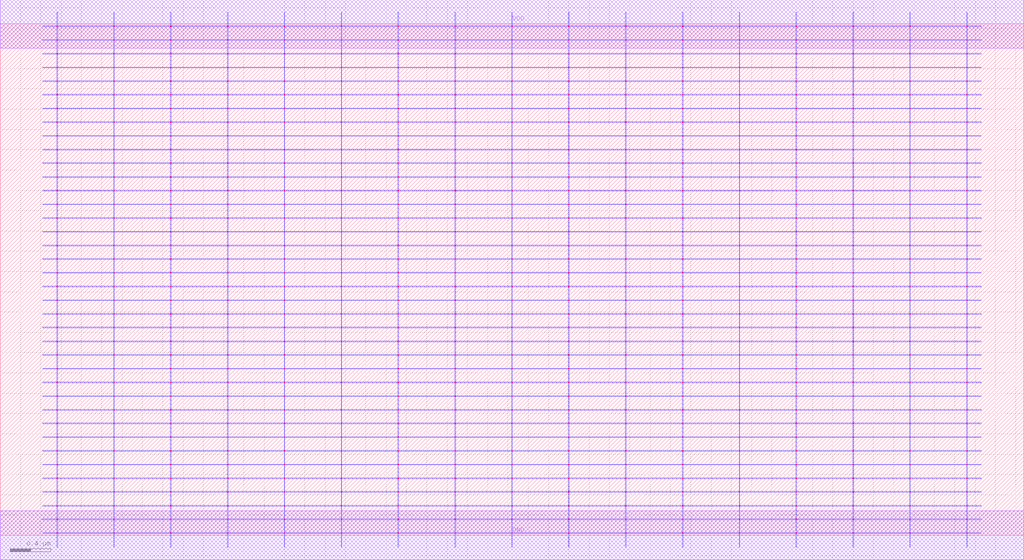
<source format=lef>
MACRO AAOOAI223
 CLASS CORE ;
 FOREIGN AAOOAI223 0 0 ;
 SIZE 10.08 BY 5.04 ;
 ORIGIN 0 0 ;
 SYMMETRY X Y R90 ;
 SITE unit ;
  PIN VDD
   DIRECTION INOUT ;
   USE POWER ;
   SHAPE ABUTMENT ;
    PORT
     CLASS CORE ;
       LAYER met1 ;
        RECT 0.00000000 4.80000000 10.08000000 5.28000000 ;
    END
  END VDD

  PIN GND
   DIRECTION INOUT ;
   USE POWER ;
   SHAPE ABUTMENT ;
    PORT
     CLASS CORE ;
       LAYER met1 ;
        RECT 0.00000000 -0.24000000 10.08000000 0.24000000 ;
    END
  END GND

 OBS
    LAYER polycont ;
     RECT 1.11600000 2.58300000 1.12400000 2.59100000 ;
     RECT 2.23600000 2.58300000 2.24400000 2.59100000 ;
     RECT 3.35600000 2.58300000 3.36400000 2.59100000 ;
     RECT 5.59600000 2.58300000 5.60400000 2.59100000 ;
     RECT 6.71600000 2.58300000 6.72400000 2.59100000 ;
     RECT 7.83600000 2.58300000 7.84400000 2.59100000 ;
     RECT 8.95600000 2.58300000 8.96400000 2.59100000 ;
     RECT 1.11600000 2.98800000 1.12400000 2.99600000 ;
     RECT 2.23600000 2.98800000 2.24400000 2.99600000 ;
     RECT 3.35600000 2.98800000 3.36400000 2.99600000 ;
     RECT 4.47600000 2.98800000 4.48400000 2.99600000 ;
     RECT 5.59600000 2.98800000 5.60400000 2.99600000 ;
     RECT 6.71600000 2.98800000 6.72400000 2.99600000 ;
     RECT 7.83600000 2.98800000 7.84400000 2.99600000 ;

    LAYER pdiffc ;
     RECT 0.55600000 3.39300000 0.56400000 3.40100000 ;
     RECT 1.67600000 3.39300000 1.68400000 3.40100000 ;
     RECT 2.79600000 3.39300000 2.80400000 3.40100000 ;
     RECT 3.91600000 3.39300000 3.92400000 3.40100000 ;
     RECT 5.03600000 3.39300000 5.04400000 3.40100000 ;
     RECT 6.15600000 3.39300000 6.16400000 3.40100000 ;
     RECT 7.27600000 3.39300000 7.28400000 3.40100000 ;
     RECT 8.39600000 3.39300000 8.40400000 3.40100000 ;
     RECT 0.55600000 3.52800000 0.56400000 3.53600000 ;
     RECT 1.67600000 3.52800000 1.68400000 3.53600000 ;
     RECT 2.79600000 3.52800000 2.80400000 3.53600000 ;
     RECT 3.91600000 3.52800000 3.92400000 3.53600000 ;
     RECT 5.03600000 3.52800000 5.04400000 3.53600000 ;
     RECT 6.15600000 3.52800000 6.16400000 3.53600000 ;
     RECT 7.27600000 3.52800000 7.28400000 3.53600000 ;
     RECT 8.39600000 3.52800000 8.40400000 3.53600000 ;
     RECT 0.55600000 3.66300000 0.56400000 3.67100000 ;
     RECT 1.67600000 3.66300000 1.68400000 3.67100000 ;
     RECT 2.79600000 3.66300000 2.80400000 3.67100000 ;
     RECT 3.91600000 3.66300000 3.92400000 3.67100000 ;
     RECT 5.03600000 3.66300000 5.04400000 3.67100000 ;
     RECT 6.15600000 3.66300000 6.16400000 3.67100000 ;
     RECT 7.27600000 3.66300000 7.28400000 3.67100000 ;
     RECT 8.39600000 3.66300000 8.40400000 3.67100000 ;
     RECT 0.55600000 3.79800000 0.56400000 3.80600000 ;
     RECT 1.67600000 3.79800000 1.68400000 3.80600000 ;
     RECT 2.79600000 3.79800000 2.80400000 3.80600000 ;
     RECT 3.91600000 3.79800000 3.92400000 3.80600000 ;
     RECT 5.03600000 3.79800000 5.04400000 3.80600000 ;
     RECT 6.15600000 3.79800000 6.16400000 3.80600000 ;
     RECT 7.27600000 3.79800000 7.28400000 3.80600000 ;
     RECT 8.39600000 3.79800000 8.40400000 3.80600000 ;
     RECT 0.55600000 3.93300000 0.56400000 3.94100000 ;
     RECT 1.67600000 3.93300000 1.68400000 3.94100000 ;
     RECT 2.79600000 3.93300000 2.80400000 3.94100000 ;
     RECT 3.91600000 3.93300000 3.92400000 3.94100000 ;
     RECT 5.03600000 3.93300000 5.04400000 3.94100000 ;
     RECT 6.15600000 3.93300000 6.16400000 3.94100000 ;
     RECT 7.27600000 3.93300000 7.28400000 3.94100000 ;
     RECT 8.39600000 3.93300000 8.40400000 3.94100000 ;
     RECT 0.55600000 4.06800000 0.56400000 4.07600000 ;
     RECT 1.67600000 4.06800000 1.68400000 4.07600000 ;
     RECT 2.79600000 4.06800000 2.80400000 4.07600000 ;
     RECT 3.91600000 4.06800000 3.92400000 4.07600000 ;
     RECT 5.03600000 4.06800000 5.04400000 4.07600000 ;
     RECT 6.15600000 4.06800000 6.16400000 4.07600000 ;
     RECT 7.27600000 4.06800000 7.28400000 4.07600000 ;
     RECT 8.39600000 4.06800000 8.40400000 4.07600000 ;
     RECT 0.55600000 4.20300000 0.56400000 4.21100000 ;
     RECT 1.67600000 4.20300000 1.68400000 4.21100000 ;
     RECT 2.79600000 4.20300000 2.80400000 4.21100000 ;
     RECT 3.91600000 4.20300000 3.92400000 4.21100000 ;
     RECT 5.03600000 4.20300000 5.04400000 4.21100000 ;
     RECT 6.15600000 4.20300000 6.16400000 4.21100000 ;
     RECT 7.27600000 4.20300000 7.28400000 4.21100000 ;
     RECT 8.39600000 4.20300000 8.40400000 4.21100000 ;
     RECT 0.55600000 4.33800000 0.56400000 4.34600000 ;
     RECT 1.67600000 4.33800000 1.68400000 4.34600000 ;
     RECT 2.79600000 4.33800000 2.80400000 4.34600000 ;
     RECT 3.91600000 4.33800000 3.92400000 4.34600000 ;
     RECT 5.03600000 4.33800000 5.04400000 4.34600000 ;
     RECT 6.15600000 4.33800000 6.16400000 4.34600000 ;
     RECT 7.27600000 4.33800000 7.28400000 4.34600000 ;
     RECT 8.39600000 4.33800000 8.40400000 4.34600000 ;
     RECT 0.55600000 4.47300000 0.56400000 4.48100000 ;
     RECT 1.67600000 4.47300000 1.68400000 4.48100000 ;
     RECT 2.79600000 4.47300000 2.80400000 4.48100000 ;
     RECT 3.91600000 4.47300000 3.92400000 4.48100000 ;
     RECT 5.03600000 4.47300000 5.04400000 4.48100000 ;
     RECT 6.15600000 4.47300000 6.16400000 4.48100000 ;
     RECT 7.27600000 4.47300000 7.28400000 4.48100000 ;
     RECT 8.39600000 4.47300000 8.40400000 4.48100000 ;
     RECT 0.55600000 4.60800000 0.56400000 4.61600000 ;
     RECT 1.67600000 4.60800000 1.68400000 4.61600000 ;
     RECT 2.79600000 4.60800000 2.80400000 4.61600000 ;
     RECT 3.91600000 4.60800000 3.92400000 4.61600000 ;
     RECT 5.03600000 4.60800000 5.04400000 4.61600000 ;
     RECT 6.15600000 4.60800000 6.16400000 4.61600000 ;
     RECT 7.27600000 4.60800000 7.28400000 4.61600000 ;
     RECT 8.39600000 4.60800000 8.40400000 4.61600000 ;

    LAYER ndiffc ;
     RECT 5.03600000 0.42300000 5.04400000 0.43100000 ;
     RECT 5.03600000 0.55800000 5.04400000 0.56600000 ;
     RECT 5.03600000 0.69300000 5.04400000 0.70100000 ;
     RECT 5.03600000 0.82800000 5.04400000 0.83600000 ;
     RECT 5.03600000 0.96300000 5.04400000 0.97100000 ;
     RECT 5.03600000 1.09800000 5.04400000 1.10600000 ;
     RECT 5.03600000 1.23300000 5.04400000 1.24100000 ;
     RECT 5.03600000 1.36800000 5.04400000 1.37600000 ;
     RECT 5.03600000 1.50300000 5.04400000 1.51100000 ;
     RECT 5.03600000 1.63800000 5.04400000 1.64600000 ;
     RECT 5.03600000 1.77300000 5.04400000 1.78100000 ;
     RECT 5.03600000 1.90800000 5.04400000 1.91600000 ;
     RECT 5.03600000 2.04300000 5.04400000 2.05100000 ;
     RECT 8.39600000 0.69300000 8.40400000 0.70100000 ;
     RECT 9.51600000 0.69300000 9.52400000 0.70100000 ;
     RECT 8.39600000 0.42300000 8.40400000 0.43100000 ;
     RECT 6.15600000 0.82800000 6.16400000 0.83600000 ;
     RECT 7.27600000 0.82800000 7.28400000 0.83600000 ;
     RECT 8.39600000 0.82800000 8.40400000 0.83600000 ;
     RECT 9.51600000 0.82800000 9.52400000 0.83600000 ;
     RECT 9.51600000 0.42300000 9.52400000 0.43100000 ;
     RECT 6.15600000 0.96300000 6.16400000 0.97100000 ;
     RECT 7.27600000 0.96300000 7.28400000 0.97100000 ;
     RECT 8.39600000 0.96300000 8.40400000 0.97100000 ;
     RECT 9.51600000 0.96300000 9.52400000 0.97100000 ;
     RECT 6.15600000 0.42300000 6.16400000 0.43100000 ;
     RECT 6.15600000 1.09800000 6.16400000 1.10600000 ;
     RECT 7.27600000 1.09800000 7.28400000 1.10600000 ;
     RECT 8.39600000 1.09800000 8.40400000 1.10600000 ;
     RECT 9.51600000 1.09800000 9.52400000 1.10600000 ;
     RECT 6.15600000 0.55800000 6.16400000 0.56600000 ;
     RECT 6.15600000 1.23300000 6.16400000 1.24100000 ;
     RECT 7.27600000 1.23300000 7.28400000 1.24100000 ;
     RECT 8.39600000 1.23300000 8.40400000 1.24100000 ;
     RECT 9.51600000 1.23300000 9.52400000 1.24100000 ;
     RECT 7.27600000 0.55800000 7.28400000 0.56600000 ;
     RECT 6.15600000 1.36800000 6.16400000 1.37600000 ;
     RECT 7.27600000 1.36800000 7.28400000 1.37600000 ;
     RECT 8.39600000 1.36800000 8.40400000 1.37600000 ;
     RECT 9.51600000 1.36800000 9.52400000 1.37600000 ;
     RECT 8.39600000 0.55800000 8.40400000 0.56600000 ;
     RECT 6.15600000 1.50300000 6.16400000 1.51100000 ;
     RECT 7.27600000 1.50300000 7.28400000 1.51100000 ;
     RECT 8.39600000 1.50300000 8.40400000 1.51100000 ;
     RECT 9.51600000 1.50300000 9.52400000 1.51100000 ;
     RECT 9.51600000 0.55800000 9.52400000 0.56600000 ;
     RECT 6.15600000 1.63800000 6.16400000 1.64600000 ;
     RECT 7.27600000 1.63800000 7.28400000 1.64600000 ;
     RECT 8.39600000 1.63800000 8.40400000 1.64600000 ;
     RECT 9.51600000 1.63800000 9.52400000 1.64600000 ;
     RECT 7.27600000 0.42300000 7.28400000 0.43100000 ;
     RECT 6.15600000 1.77300000 6.16400000 1.78100000 ;
     RECT 7.27600000 1.77300000 7.28400000 1.78100000 ;
     RECT 8.39600000 1.77300000 8.40400000 1.78100000 ;
     RECT 9.51600000 1.77300000 9.52400000 1.78100000 ;
     RECT 6.15600000 0.69300000 6.16400000 0.70100000 ;
     RECT 6.15600000 1.90800000 6.16400000 1.91600000 ;
     RECT 7.27600000 1.90800000 7.28400000 1.91600000 ;
     RECT 8.39600000 1.90800000 8.40400000 1.91600000 ;
     RECT 9.51600000 1.90800000 9.52400000 1.91600000 ;
     RECT 7.27600000 0.69300000 7.28400000 0.70100000 ;
     RECT 6.15600000 2.04300000 6.16400000 2.05100000 ;
     RECT 7.27600000 2.04300000 7.28400000 2.05100000 ;
     RECT 8.39600000 2.04300000 8.40400000 2.05100000 ;
     RECT 9.51600000 2.04300000 9.52400000 2.05100000 ;
     RECT 2.79600000 1.36800000 2.80400000 1.37600000 ;
     RECT 3.91600000 1.36800000 3.92400000 1.37600000 ;
     RECT 1.67600000 0.69300000 1.68400000 0.70100000 ;
     RECT 0.55600000 0.96300000 0.56400000 0.97100000 ;
     RECT 1.67600000 0.96300000 1.68400000 0.97100000 ;
     RECT 2.79600000 0.96300000 2.80400000 0.97100000 ;
     RECT 3.91600000 0.96300000 3.92400000 0.97100000 ;
     RECT 0.55600000 1.50300000 0.56400000 1.51100000 ;
     RECT 1.67600000 1.50300000 1.68400000 1.51100000 ;
     RECT 2.79600000 1.50300000 2.80400000 1.51100000 ;
     RECT 3.91600000 1.50300000 3.92400000 1.51100000 ;
     RECT 2.79600000 0.69300000 2.80400000 0.70100000 ;
     RECT 3.91600000 0.69300000 3.92400000 0.70100000 ;
     RECT 1.67600000 0.55800000 1.68400000 0.56600000 ;
     RECT 2.79600000 0.55800000 2.80400000 0.56600000 ;
     RECT 3.91600000 0.55800000 3.92400000 0.56600000 ;
     RECT 0.55600000 1.63800000 0.56400000 1.64600000 ;
     RECT 1.67600000 1.63800000 1.68400000 1.64600000 ;
     RECT 2.79600000 1.63800000 2.80400000 1.64600000 ;
     RECT 3.91600000 1.63800000 3.92400000 1.64600000 ;
     RECT 0.55600000 1.09800000 0.56400000 1.10600000 ;
     RECT 1.67600000 1.09800000 1.68400000 1.10600000 ;
     RECT 2.79600000 1.09800000 2.80400000 1.10600000 ;
     RECT 3.91600000 1.09800000 3.92400000 1.10600000 ;
     RECT 1.67600000 0.42300000 1.68400000 0.43100000 ;
     RECT 0.55600000 1.77300000 0.56400000 1.78100000 ;
     RECT 1.67600000 1.77300000 1.68400000 1.78100000 ;
     RECT 2.79600000 1.77300000 2.80400000 1.78100000 ;
     RECT 3.91600000 1.77300000 3.92400000 1.78100000 ;
     RECT 2.79600000 0.42300000 2.80400000 0.43100000 ;
     RECT 0.55600000 0.82800000 0.56400000 0.83600000 ;
     RECT 1.67600000 0.82800000 1.68400000 0.83600000 ;
     RECT 2.79600000 0.82800000 2.80400000 0.83600000 ;
     RECT 0.55600000 1.23300000 0.56400000 1.24100000 ;
     RECT 0.55600000 1.90800000 0.56400000 1.91600000 ;
     RECT 1.67600000 1.90800000 1.68400000 1.91600000 ;
     RECT 2.79600000 1.90800000 2.80400000 1.91600000 ;
     RECT 3.91600000 1.90800000 3.92400000 1.91600000 ;
     RECT 1.67600000 1.23300000 1.68400000 1.24100000 ;
     RECT 2.79600000 1.23300000 2.80400000 1.24100000 ;
     RECT 3.91600000 1.23300000 3.92400000 1.24100000 ;
     RECT 3.91600000 0.82800000 3.92400000 0.83600000 ;
     RECT 3.91600000 0.42300000 3.92400000 0.43100000 ;
     RECT 0.55600000 2.04300000 0.56400000 2.05100000 ;
     RECT 1.67600000 2.04300000 1.68400000 2.05100000 ;
     RECT 2.79600000 2.04300000 2.80400000 2.05100000 ;
     RECT 3.91600000 2.04300000 3.92400000 2.05100000 ;
     RECT 0.55600000 0.42300000 0.56400000 0.43100000 ;
     RECT 0.55600000 0.55800000 0.56400000 0.56600000 ;
     RECT 0.55600000 0.69300000 0.56400000 0.70100000 ;
     RECT 0.55600000 1.36800000 0.56400000 1.37600000 ;
     RECT 1.67600000 1.36800000 1.68400000 1.37600000 ;

    LAYER met1 ;
     RECT 0.00000000 -0.24000000 10.08000000 0.24000000 ;
     RECT 5.03600000 0.24000000 5.04400000 0.28800000 ;
     RECT 0.44500000 0.28800000 9.63500000 0.29600000 ;
     RECT 5.03600000 0.29600000 5.04400000 0.42300000 ;
     RECT 0.44500000 0.42300000 9.63500000 0.43100000 ;
     RECT 5.03600000 0.43100000 5.04400000 0.55800000 ;
     RECT 0.44500000 0.55800000 9.63500000 0.56600000 ;
     RECT 5.03600000 0.56600000 5.04400000 0.69300000 ;
     RECT 0.44500000 0.69300000 9.63500000 0.70100000 ;
     RECT 5.03600000 0.70100000 5.04400000 0.82800000 ;
     RECT 0.44500000 0.82800000 9.63500000 0.83600000 ;
     RECT 5.03600000 0.83600000 5.04400000 0.96300000 ;
     RECT 0.44500000 0.96300000 9.63500000 0.97100000 ;
     RECT 5.03600000 0.97100000 5.04400000 1.09800000 ;
     RECT 0.44500000 1.09800000 9.63500000 1.10600000 ;
     RECT 5.03600000 1.10600000 5.04400000 1.23300000 ;
     RECT 0.44500000 1.23300000 9.63500000 1.24100000 ;
     RECT 5.03600000 1.24100000 5.04400000 1.36800000 ;
     RECT 0.44500000 1.36800000 9.63500000 1.37600000 ;
     RECT 5.03600000 1.37600000 5.04400000 1.50300000 ;
     RECT 0.44500000 1.50300000 9.63500000 1.51100000 ;
     RECT 5.03600000 1.51100000 5.04400000 1.63800000 ;
     RECT 0.44500000 1.63800000 9.63500000 1.64600000 ;
     RECT 5.03600000 1.64600000 5.04400000 1.77300000 ;
     RECT 0.44500000 1.77300000 9.63500000 1.78100000 ;
     RECT 5.03600000 1.78100000 5.04400000 1.90800000 ;
     RECT 0.44500000 1.90800000 9.63500000 1.91600000 ;
     RECT 5.03600000 1.91600000 5.04400000 2.04300000 ;
     RECT 0.44500000 2.04300000 9.63500000 2.05100000 ;
     RECT 5.03600000 2.05100000 5.04400000 2.17800000 ;
     RECT 0.44500000 2.17800000 9.63500000 2.18600000 ;
     RECT 5.03600000 2.18600000 5.04400000 2.31300000 ;
     RECT 0.44500000 2.31300000 9.63500000 2.32100000 ;
     RECT 5.03600000 2.32100000 5.04400000 2.44800000 ;
     RECT 0.44500000 2.44800000 9.63500000 2.45600000 ;
     RECT 0.55600000 2.45600000 0.56400000 2.58300000 ;
     RECT 1.11600000 2.45600000 1.12400000 2.58300000 ;
     RECT 1.67600000 2.45600000 1.68400000 2.58300000 ;
     RECT 2.23600000 2.45600000 2.24400000 2.58300000 ;
     RECT 2.79600000 2.45600000 2.80400000 2.58300000 ;
     RECT 3.35600000 2.45600000 3.36400000 2.58300000 ;
     RECT 3.91600000 2.45600000 3.92400000 2.58300000 ;
     RECT 4.47600000 2.45600000 4.48400000 2.58300000 ;
     RECT 5.03600000 2.45600000 5.04400000 2.58300000 ;
     RECT 5.59600000 2.45600000 5.60400000 2.58300000 ;
     RECT 6.15600000 2.45600000 6.16400000 2.58300000 ;
     RECT 6.71600000 2.45600000 6.72400000 2.58300000 ;
     RECT 7.27600000 2.45600000 7.28400000 2.58300000 ;
     RECT 7.83600000 2.45600000 7.84400000 2.58300000 ;
     RECT 8.39600000 2.45600000 8.40400000 2.58300000 ;
     RECT 8.95600000 2.45600000 8.96400000 2.58300000 ;
     RECT 9.51600000 2.45600000 9.52400000 2.58300000 ;
     RECT 0.44500000 2.58300000 9.63500000 2.59100000 ;
     RECT 5.03600000 2.59100000 5.04400000 2.71800000 ;
     RECT 0.44500000 2.71800000 9.63500000 2.72600000 ;
     RECT 5.03600000 2.72600000 5.04400000 2.85300000 ;
     RECT 0.44500000 2.85300000 9.63500000 2.86100000 ;
     RECT 5.03600000 2.86100000 5.04400000 2.98800000 ;
     RECT 0.44500000 2.98800000 9.63500000 2.99600000 ;
     RECT 5.03600000 2.99600000 5.04400000 3.12300000 ;
     RECT 0.44500000 3.12300000 9.63500000 3.13100000 ;
     RECT 5.03600000 3.13100000 5.04400000 3.25800000 ;
     RECT 0.44500000 3.25800000 9.63500000 3.26600000 ;
     RECT 5.03600000 3.26600000 5.04400000 3.39300000 ;
     RECT 0.44500000 3.39300000 9.63500000 3.40100000 ;
     RECT 5.03600000 3.40100000 5.04400000 3.52800000 ;
     RECT 0.44500000 3.52800000 9.63500000 3.53600000 ;
     RECT 5.03600000 3.53600000 5.04400000 3.66300000 ;
     RECT 0.44500000 3.66300000 9.63500000 3.67100000 ;
     RECT 5.03600000 3.67100000 5.04400000 3.79800000 ;
     RECT 0.44500000 3.79800000 9.63500000 3.80600000 ;
     RECT 5.03600000 3.80600000 5.04400000 3.93300000 ;
     RECT 0.44500000 3.93300000 9.63500000 3.94100000 ;
     RECT 5.03600000 3.94100000 5.04400000 4.06800000 ;
     RECT 0.44500000 4.06800000 9.63500000 4.07600000 ;
     RECT 5.03600000 4.07600000 5.04400000 4.20300000 ;
     RECT 0.44500000 4.20300000 9.63500000 4.21100000 ;
     RECT 5.03600000 4.21100000 5.04400000 4.33800000 ;
     RECT 0.44500000 4.33800000 9.63500000 4.34600000 ;
     RECT 5.03600000 4.34600000 5.04400000 4.47300000 ;
     RECT 0.44500000 4.47300000 9.63500000 4.48100000 ;
     RECT 5.03600000 4.48100000 5.04400000 4.60800000 ;
     RECT 0.44500000 4.60800000 9.63500000 4.61600000 ;
     RECT 5.03600000 4.61600000 5.04400000 4.74300000 ;
     RECT 0.44500000 4.74300000 9.63500000 4.75100000 ;
     RECT 5.03600000 4.75100000 5.04400000 4.80000000 ;
     RECT 0.00000000 4.80000000 10.08000000 5.28000000 ;
     RECT 5.59600000 3.80600000 5.60400000 3.93300000 ;
     RECT 6.15600000 3.80600000 6.16400000 3.93300000 ;
     RECT 6.71600000 3.80600000 6.72400000 3.93300000 ;
     RECT 7.27600000 3.80600000 7.28400000 3.93300000 ;
     RECT 7.83600000 3.80600000 7.84400000 3.93300000 ;
     RECT 8.39600000 3.80600000 8.40400000 3.93300000 ;
     RECT 8.95600000 3.80600000 8.96400000 3.93300000 ;
     RECT 9.51600000 3.80600000 9.52400000 3.93300000 ;
     RECT 7.83600000 3.94100000 7.84400000 4.06800000 ;
     RECT 8.39600000 3.94100000 8.40400000 4.06800000 ;
     RECT 8.95600000 3.94100000 8.96400000 4.06800000 ;
     RECT 9.51600000 3.94100000 9.52400000 4.06800000 ;
     RECT 7.83600000 4.07600000 7.84400000 4.20300000 ;
     RECT 8.39600000 4.07600000 8.40400000 4.20300000 ;
     RECT 8.95600000 4.07600000 8.96400000 4.20300000 ;
     RECT 9.51600000 4.07600000 9.52400000 4.20300000 ;
     RECT 7.83600000 4.21100000 7.84400000 4.33800000 ;
     RECT 8.39600000 4.21100000 8.40400000 4.33800000 ;
     RECT 8.95600000 4.21100000 8.96400000 4.33800000 ;
     RECT 9.51600000 4.21100000 9.52400000 4.33800000 ;
     RECT 7.83600000 4.34600000 7.84400000 4.47300000 ;
     RECT 8.39600000 4.34600000 8.40400000 4.47300000 ;
     RECT 8.95600000 4.34600000 8.96400000 4.47300000 ;
     RECT 9.51600000 4.34600000 9.52400000 4.47300000 ;
     RECT 7.83600000 4.48100000 7.84400000 4.60800000 ;
     RECT 8.39600000 4.48100000 8.40400000 4.60800000 ;
     RECT 8.95600000 4.48100000 8.96400000 4.60800000 ;
     RECT 9.51600000 4.48100000 9.52400000 4.60800000 ;
     RECT 7.83600000 4.61600000 7.84400000 4.74300000 ;
     RECT 8.39600000 4.61600000 8.40400000 4.74300000 ;
     RECT 8.95600000 4.61600000 8.96400000 4.74300000 ;
     RECT 9.51600000 4.61600000 9.52400000 4.74300000 ;
     RECT 7.83600000 4.75100000 7.84400000 4.80000000 ;
     RECT 8.39600000 4.75100000 8.40400000 4.80000000 ;
     RECT 8.95600000 4.75100000 8.96400000 4.80000000 ;
     RECT 9.51600000 4.75100000 9.52400000 4.80000000 ;
     RECT 5.59600000 3.94100000 5.60400000 4.06800000 ;
     RECT 6.15600000 3.94100000 6.16400000 4.06800000 ;
     RECT 6.71600000 3.94100000 6.72400000 4.06800000 ;
     RECT 7.27600000 3.94100000 7.28400000 4.06800000 ;
     RECT 5.59600000 4.48100000 5.60400000 4.60800000 ;
     RECT 6.15600000 4.48100000 6.16400000 4.60800000 ;
     RECT 6.71600000 4.48100000 6.72400000 4.60800000 ;
     RECT 7.27600000 4.48100000 7.28400000 4.60800000 ;
     RECT 5.59600000 4.21100000 5.60400000 4.33800000 ;
     RECT 6.15600000 4.21100000 6.16400000 4.33800000 ;
     RECT 6.71600000 4.21100000 6.72400000 4.33800000 ;
     RECT 7.27600000 4.21100000 7.28400000 4.33800000 ;
     RECT 5.59600000 4.61600000 5.60400000 4.74300000 ;
     RECT 6.15600000 4.61600000 6.16400000 4.74300000 ;
     RECT 6.71600000 4.61600000 6.72400000 4.74300000 ;
     RECT 7.27600000 4.61600000 7.28400000 4.74300000 ;
     RECT 5.59600000 4.07600000 5.60400000 4.20300000 ;
     RECT 6.15600000 4.07600000 6.16400000 4.20300000 ;
     RECT 6.71600000 4.07600000 6.72400000 4.20300000 ;
     RECT 7.27600000 4.07600000 7.28400000 4.20300000 ;
     RECT 5.59600000 4.75100000 5.60400000 4.80000000 ;
     RECT 6.15600000 4.75100000 6.16400000 4.80000000 ;
     RECT 6.71600000 4.75100000 6.72400000 4.80000000 ;
     RECT 7.27600000 4.75100000 7.28400000 4.80000000 ;
     RECT 5.59600000 4.34600000 5.60400000 4.47300000 ;
     RECT 6.15600000 4.34600000 6.16400000 4.47300000 ;
     RECT 6.71600000 4.34600000 6.72400000 4.47300000 ;
     RECT 7.27600000 4.34600000 7.28400000 4.47300000 ;
     RECT 7.27600000 3.13100000 7.28400000 3.25800000 ;
     RECT 5.59600000 2.59100000 5.60400000 2.71800000 ;
     RECT 6.15600000 2.59100000 6.16400000 2.71800000 ;
     RECT 5.59600000 3.26600000 5.60400000 3.39300000 ;
     RECT 6.71600000 2.59100000 6.72400000 2.71800000 ;
     RECT 7.27600000 2.59100000 7.28400000 2.71800000 ;
     RECT 6.15600000 3.26600000 6.16400000 3.39300000 ;
     RECT 6.71600000 3.26600000 6.72400000 3.39300000 ;
     RECT 7.27600000 3.26600000 7.28400000 3.39300000 ;
     RECT 5.59600000 2.72600000 5.60400000 2.85300000 ;
     RECT 6.15600000 2.72600000 6.16400000 2.85300000 ;
     RECT 5.59600000 3.40100000 5.60400000 3.52800000 ;
     RECT 6.15600000 3.40100000 6.16400000 3.52800000 ;
     RECT 6.71600000 3.40100000 6.72400000 3.52800000 ;
     RECT 5.59600000 2.86100000 5.60400000 2.98800000 ;
     RECT 6.15600000 2.86100000 6.16400000 2.98800000 ;
     RECT 7.27600000 3.40100000 7.28400000 3.52800000 ;
     RECT 6.71600000 2.72600000 6.72400000 2.85300000 ;
     RECT 7.27600000 2.72600000 7.28400000 2.85300000 ;
     RECT 5.59600000 3.53600000 5.60400000 3.66300000 ;
     RECT 6.15600000 3.53600000 6.16400000 3.66300000 ;
     RECT 6.71600000 3.53600000 6.72400000 3.66300000 ;
     RECT 7.27600000 3.53600000 7.28400000 3.66300000 ;
     RECT 5.59600000 3.67100000 5.60400000 3.79800000 ;
     RECT 6.71600000 2.86100000 6.72400000 2.98800000 ;
     RECT 5.59600000 2.99600000 5.60400000 3.12300000 ;
     RECT 6.15600000 2.99600000 6.16400000 3.12300000 ;
     RECT 7.27600000 2.86100000 7.28400000 2.98800000 ;
     RECT 6.15600000 3.67100000 6.16400000 3.79800000 ;
     RECT 6.71600000 3.67100000 6.72400000 3.79800000 ;
     RECT 7.27600000 3.67100000 7.28400000 3.79800000 ;
     RECT 7.27600000 2.99600000 7.28400000 3.12300000 ;
     RECT 5.59600000 3.13100000 5.60400000 3.25800000 ;
     RECT 6.15600000 3.13100000 6.16400000 3.25800000 ;
     RECT 6.71600000 3.13100000 6.72400000 3.25800000 ;
     RECT 6.71600000 2.99600000 6.72400000 3.12300000 ;
     RECT 9.51600000 2.99600000 9.52400000 3.12300000 ;
     RECT 7.83600000 3.26600000 7.84400000 3.39300000 ;
     RECT 8.39600000 3.26600000 8.40400000 3.39300000 ;
     RECT 7.83600000 3.53600000 7.84400000 3.66300000 ;
     RECT 8.39600000 3.53600000 8.40400000 3.66300000 ;
     RECT 8.95600000 2.86100000 8.96400000 2.98800000 ;
     RECT 9.51600000 2.86100000 9.52400000 2.98800000 ;
     RECT 8.95600000 3.53600000 8.96400000 3.66300000 ;
     RECT 9.51600000 3.53600000 9.52400000 3.66300000 ;
     RECT 7.83600000 2.72600000 7.84400000 2.85300000 ;
     RECT 8.39600000 2.72600000 8.40400000 2.85300000 ;
     RECT 8.95600000 3.26600000 8.96400000 3.39300000 ;
     RECT 9.51600000 3.26600000 9.52400000 3.39300000 ;
     RECT 7.83600000 3.13100000 7.84400000 3.25800000 ;
     RECT 8.39600000 3.13100000 8.40400000 3.25800000 ;
     RECT 7.83600000 2.59100000 7.84400000 2.71800000 ;
     RECT 8.39600000 2.59100000 8.40400000 2.71800000 ;
     RECT 7.83600000 3.67100000 7.84400000 3.79800000 ;
     RECT 8.39600000 3.67100000 8.40400000 3.79800000 ;
     RECT 8.95600000 3.67100000 8.96400000 3.79800000 ;
     RECT 9.51600000 3.67100000 9.52400000 3.79800000 ;
     RECT 8.95600000 2.72600000 8.96400000 2.85300000 ;
     RECT 9.51600000 2.72600000 9.52400000 2.85300000 ;
     RECT 8.95600000 3.13100000 8.96400000 3.25800000 ;
     RECT 9.51600000 3.13100000 9.52400000 3.25800000 ;
     RECT 8.95600000 2.59100000 8.96400000 2.71800000 ;
     RECT 9.51600000 2.59100000 9.52400000 2.71800000 ;
     RECT 7.83600000 3.40100000 7.84400000 3.52800000 ;
     RECT 8.39600000 3.40100000 8.40400000 3.52800000 ;
     RECT 8.95600000 3.40100000 8.96400000 3.52800000 ;
     RECT 9.51600000 3.40100000 9.52400000 3.52800000 ;
     RECT 7.83600000 2.86100000 7.84400000 2.98800000 ;
     RECT 8.39600000 2.86100000 8.40400000 2.98800000 ;
     RECT 7.83600000 2.99600000 7.84400000 3.12300000 ;
     RECT 8.39600000 2.99600000 8.40400000 3.12300000 ;
     RECT 8.95600000 2.99600000 8.96400000 3.12300000 ;
     RECT 0.55600000 3.80600000 0.56400000 3.93300000 ;
     RECT 1.11600000 3.80600000 1.12400000 3.93300000 ;
     RECT 1.67600000 3.80600000 1.68400000 3.93300000 ;
     RECT 2.23600000 3.80600000 2.24400000 3.93300000 ;
     RECT 2.79600000 3.80600000 2.80400000 3.93300000 ;
     RECT 3.35600000 3.80600000 3.36400000 3.93300000 ;
     RECT 3.91600000 3.80600000 3.92400000 3.93300000 ;
     RECT 4.47600000 3.80600000 4.48400000 3.93300000 ;
     RECT 2.79600000 4.21100000 2.80400000 4.33800000 ;
     RECT 3.35600000 4.21100000 3.36400000 4.33800000 ;
     RECT 3.91600000 4.21100000 3.92400000 4.33800000 ;
     RECT 4.47600000 4.21100000 4.48400000 4.33800000 ;
     RECT 2.79600000 4.34600000 2.80400000 4.47300000 ;
     RECT 3.35600000 4.34600000 3.36400000 4.47300000 ;
     RECT 3.91600000 4.34600000 3.92400000 4.47300000 ;
     RECT 4.47600000 4.34600000 4.48400000 4.47300000 ;
     RECT 2.79600000 4.48100000 2.80400000 4.60800000 ;
     RECT 3.35600000 4.48100000 3.36400000 4.60800000 ;
     RECT 3.91600000 4.48100000 3.92400000 4.60800000 ;
     RECT 4.47600000 4.48100000 4.48400000 4.60800000 ;
     RECT 2.79600000 4.61600000 2.80400000 4.74300000 ;
     RECT 3.35600000 4.61600000 3.36400000 4.74300000 ;
     RECT 3.91600000 4.61600000 3.92400000 4.74300000 ;
     RECT 4.47600000 4.61600000 4.48400000 4.74300000 ;
     RECT 2.79600000 4.75100000 2.80400000 4.80000000 ;
     RECT 3.35600000 4.75100000 3.36400000 4.80000000 ;
     RECT 3.91600000 4.75100000 3.92400000 4.80000000 ;
     RECT 4.47600000 4.75100000 4.48400000 4.80000000 ;
     RECT 2.79600000 3.94100000 2.80400000 4.06800000 ;
     RECT 3.35600000 3.94100000 3.36400000 4.06800000 ;
     RECT 3.91600000 3.94100000 3.92400000 4.06800000 ;
     RECT 4.47600000 3.94100000 4.48400000 4.06800000 ;
     RECT 2.79600000 4.07600000 2.80400000 4.20300000 ;
     RECT 3.35600000 4.07600000 3.36400000 4.20300000 ;
     RECT 3.91600000 4.07600000 3.92400000 4.20300000 ;
     RECT 4.47600000 4.07600000 4.48400000 4.20300000 ;
     RECT 0.55600000 4.21100000 0.56400000 4.33800000 ;
     RECT 1.11600000 4.21100000 1.12400000 4.33800000 ;
     RECT 1.67600000 4.21100000 1.68400000 4.33800000 ;
     RECT 2.23600000 4.21100000 2.24400000 4.33800000 ;
     RECT 0.55600000 4.61600000 0.56400000 4.74300000 ;
     RECT 1.11600000 4.61600000 1.12400000 4.74300000 ;
     RECT 1.67600000 4.61600000 1.68400000 4.74300000 ;
     RECT 2.23600000 4.61600000 2.24400000 4.74300000 ;
     RECT 0.55600000 4.07600000 0.56400000 4.20300000 ;
     RECT 1.11600000 4.07600000 1.12400000 4.20300000 ;
     RECT 1.67600000 4.07600000 1.68400000 4.20300000 ;
     RECT 2.23600000 4.07600000 2.24400000 4.20300000 ;
     RECT 0.55600000 4.75100000 0.56400000 4.80000000 ;
     RECT 1.11600000 4.75100000 1.12400000 4.80000000 ;
     RECT 1.67600000 4.75100000 1.68400000 4.80000000 ;
     RECT 2.23600000 4.75100000 2.24400000 4.80000000 ;
     RECT 0.55600000 4.34600000 0.56400000 4.47300000 ;
     RECT 1.11600000 4.34600000 1.12400000 4.47300000 ;
     RECT 1.67600000 4.34600000 1.68400000 4.47300000 ;
     RECT 2.23600000 4.34600000 2.24400000 4.47300000 ;
     RECT 0.55600000 3.94100000 0.56400000 4.06800000 ;
     RECT 1.11600000 3.94100000 1.12400000 4.06800000 ;
     RECT 1.67600000 3.94100000 1.68400000 4.06800000 ;
     RECT 2.23600000 3.94100000 2.24400000 4.06800000 ;
     RECT 0.55600000 4.48100000 0.56400000 4.60800000 ;
     RECT 1.11600000 4.48100000 1.12400000 4.60800000 ;
     RECT 1.67600000 4.48100000 1.68400000 4.60800000 ;
     RECT 2.23600000 4.48100000 2.24400000 4.60800000 ;
     RECT 1.67600000 3.26600000 1.68400000 3.39300000 ;
     RECT 2.23600000 3.26600000 2.24400000 3.39300000 ;
     RECT 1.67600000 2.59100000 1.68400000 2.71800000 ;
     RECT 2.23600000 2.59100000 2.24400000 2.71800000 ;
     RECT 0.55600000 2.59100000 0.56400000 2.71800000 ;
     RECT 1.11600000 2.59100000 1.12400000 2.71800000 ;
     RECT 0.55600000 3.67100000 0.56400000 3.79800000 ;
     RECT 1.11600000 3.67100000 1.12400000 3.79800000 ;
     RECT 1.67600000 3.67100000 1.68400000 3.79800000 ;
     RECT 2.23600000 3.67100000 2.24400000 3.79800000 ;
     RECT 0.55600000 2.72600000 0.56400000 2.85300000 ;
     RECT 1.11600000 2.72600000 1.12400000 2.85300000 ;
     RECT 0.55600000 2.86100000 0.56400000 2.98800000 ;
     RECT 1.11600000 2.86100000 1.12400000 2.98800000 ;
     RECT 0.55600000 3.53600000 0.56400000 3.66300000 ;
     RECT 1.11600000 3.53600000 1.12400000 3.66300000 ;
     RECT 1.67600000 3.53600000 1.68400000 3.66300000 ;
     RECT 2.23600000 3.53600000 2.24400000 3.66300000 ;
     RECT 1.67600000 2.72600000 1.68400000 2.85300000 ;
     RECT 2.23600000 2.72600000 2.24400000 2.85300000 ;
     RECT 0.55600000 3.26600000 0.56400000 3.39300000 ;
     RECT 1.11600000 3.26600000 1.12400000 3.39300000 ;
     RECT 0.55600000 2.99600000 0.56400000 3.12300000 ;
     RECT 1.11600000 2.99600000 1.12400000 3.12300000 ;
     RECT 1.67600000 3.40100000 1.68400000 3.52800000 ;
     RECT 2.23600000 3.40100000 2.24400000 3.52800000 ;
     RECT 1.67600000 2.99600000 1.68400000 3.12300000 ;
     RECT 2.23600000 2.99600000 2.24400000 3.12300000 ;
     RECT 1.67600000 2.86100000 1.68400000 2.98800000 ;
     RECT 2.23600000 2.86100000 2.24400000 2.98800000 ;
     RECT 0.55600000 3.13100000 0.56400000 3.25800000 ;
     RECT 1.11600000 3.13100000 1.12400000 3.25800000 ;
     RECT 1.67600000 3.13100000 1.68400000 3.25800000 ;
     RECT 2.23600000 3.13100000 2.24400000 3.25800000 ;
     RECT 0.55600000 3.40100000 0.56400000 3.52800000 ;
     RECT 1.11600000 3.40100000 1.12400000 3.52800000 ;
     RECT 3.91600000 3.53600000 3.92400000 3.66300000 ;
     RECT 4.47600000 3.53600000 4.48400000 3.66300000 ;
     RECT 3.91600000 3.40100000 3.92400000 3.52800000 ;
     RECT 4.47600000 3.40100000 4.48400000 3.52800000 ;
     RECT 3.91600000 2.99600000 3.92400000 3.12300000 ;
     RECT 4.47600000 2.99600000 4.48400000 3.12300000 ;
     RECT 3.91600000 2.59100000 3.92400000 2.71800000 ;
     RECT 4.47600000 2.59100000 4.48400000 2.71800000 ;
     RECT 3.91600000 3.67100000 3.92400000 3.79800000 ;
     RECT 4.47600000 3.67100000 4.48400000 3.79800000 ;
     RECT 2.79600000 2.86100000 2.80400000 2.98800000 ;
     RECT 3.35600000 2.86100000 3.36400000 2.98800000 ;
     RECT 3.91600000 2.86100000 3.92400000 2.98800000 ;
     RECT 4.47600000 2.86100000 4.48400000 2.98800000 ;
     RECT 2.79600000 3.26600000 2.80400000 3.39300000 ;
     RECT 3.35600000 3.26600000 3.36400000 3.39300000 ;
     RECT 2.79600000 2.72600000 2.80400000 2.85300000 ;
     RECT 3.35600000 2.72600000 3.36400000 2.85300000 ;
     RECT 2.79600000 2.99600000 2.80400000 3.12300000 ;
     RECT 3.35600000 2.99600000 3.36400000 3.12300000 ;
     RECT 2.79600000 2.59100000 2.80400000 2.71800000 ;
     RECT 3.35600000 2.59100000 3.36400000 2.71800000 ;
     RECT 3.91600000 3.26600000 3.92400000 3.39300000 ;
     RECT 4.47600000 3.26600000 4.48400000 3.39300000 ;
     RECT 2.79600000 3.13100000 2.80400000 3.25800000 ;
     RECT 3.35600000 3.13100000 3.36400000 3.25800000 ;
     RECT 3.91600000 2.72600000 3.92400000 2.85300000 ;
     RECT 4.47600000 2.72600000 4.48400000 2.85300000 ;
     RECT 3.91600000 3.13100000 3.92400000 3.25800000 ;
     RECT 4.47600000 3.13100000 4.48400000 3.25800000 ;
     RECT 2.79600000 3.40100000 2.80400000 3.52800000 ;
     RECT 3.35600000 3.40100000 3.36400000 3.52800000 ;
     RECT 2.79600000 3.53600000 2.80400000 3.66300000 ;
     RECT 3.35600000 3.53600000 3.36400000 3.66300000 ;
     RECT 2.79600000 3.67100000 2.80400000 3.79800000 ;
     RECT 3.35600000 3.67100000 3.36400000 3.79800000 ;
     RECT 0.55600000 1.10600000 0.56400000 1.23300000 ;
     RECT 1.11600000 1.10600000 1.12400000 1.23300000 ;
     RECT 1.67600000 1.10600000 1.68400000 1.23300000 ;
     RECT 2.23600000 1.10600000 2.24400000 1.23300000 ;
     RECT 2.79600000 1.10600000 2.80400000 1.23300000 ;
     RECT 3.35600000 1.10600000 3.36400000 1.23300000 ;
     RECT 3.91600000 1.10600000 3.92400000 1.23300000 ;
     RECT 4.47600000 1.10600000 4.48400000 1.23300000 ;
     RECT 3.91600000 1.51100000 3.92400000 1.63800000 ;
     RECT 4.47600000 1.51100000 4.48400000 1.63800000 ;
     RECT 2.79600000 1.64600000 2.80400000 1.77300000 ;
     RECT 3.35600000 1.64600000 3.36400000 1.77300000 ;
     RECT 3.91600000 1.64600000 3.92400000 1.77300000 ;
     RECT 4.47600000 1.64600000 4.48400000 1.77300000 ;
     RECT 2.79600000 1.78100000 2.80400000 1.90800000 ;
     RECT 3.35600000 1.78100000 3.36400000 1.90800000 ;
     RECT 3.91600000 1.78100000 3.92400000 1.90800000 ;
     RECT 4.47600000 1.78100000 4.48400000 1.90800000 ;
     RECT 2.79600000 1.91600000 2.80400000 2.04300000 ;
     RECT 3.35600000 1.91600000 3.36400000 2.04300000 ;
     RECT 3.91600000 1.91600000 3.92400000 2.04300000 ;
     RECT 4.47600000 1.91600000 4.48400000 2.04300000 ;
     RECT 2.79600000 2.05100000 2.80400000 2.17800000 ;
     RECT 3.35600000 2.05100000 3.36400000 2.17800000 ;
     RECT 3.91600000 2.05100000 3.92400000 2.17800000 ;
     RECT 4.47600000 2.05100000 4.48400000 2.17800000 ;
     RECT 2.79600000 2.18600000 2.80400000 2.31300000 ;
     RECT 3.35600000 2.18600000 3.36400000 2.31300000 ;
     RECT 3.91600000 2.18600000 3.92400000 2.31300000 ;
     RECT 4.47600000 2.18600000 4.48400000 2.31300000 ;
     RECT 2.79600000 2.32100000 2.80400000 2.44800000 ;
     RECT 3.35600000 2.32100000 3.36400000 2.44800000 ;
     RECT 3.91600000 2.32100000 3.92400000 2.44800000 ;
     RECT 4.47600000 2.32100000 4.48400000 2.44800000 ;
     RECT 3.91600000 1.24100000 3.92400000 1.36800000 ;
     RECT 4.47600000 1.24100000 4.48400000 1.36800000 ;
     RECT 2.79600000 1.37600000 2.80400000 1.50300000 ;
     RECT 3.35600000 1.37600000 3.36400000 1.50300000 ;
     RECT 3.91600000 1.37600000 3.92400000 1.50300000 ;
     RECT 4.47600000 1.37600000 4.48400000 1.50300000 ;
     RECT 2.79600000 1.51100000 2.80400000 1.63800000 ;
     RECT 3.35600000 1.51100000 3.36400000 1.63800000 ;
     RECT 2.79600000 1.24100000 2.80400000 1.36800000 ;
     RECT 3.35600000 1.24100000 3.36400000 1.36800000 ;
     RECT 1.67600000 2.05100000 1.68400000 2.17800000 ;
     RECT 2.23600000 2.05100000 2.24400000 2.17800000 ;
     RECT 0.55600000 1.51100000 0.56400000 1.63800000 ;
     RECT 1.11600000 1.51100000 1.12400000 1.63800000 ;
     RECT 1.67600000 1.51100000 1.68400000 1.63800000 ;
     RECT 2.23600000 1.51100000 2.24400000 1.63800000 ;
     RECT 0.55600000 2.18600000 0.56400000 2.31300000 ;
     RECT 1.11600000 2.18600000 1.12400000 2.31300000 ;
     RECT 1.67600000 2.18600000 1.68400000 2.31300000 ;
     RECT 2.23600000 2.18600000 2.24400000 2.31300000 ;
     RECT 0.55600000 1.78100000 0.56400000 1.90800000 ;
     RECT 1.11600000 1.78100000 1.12400000 1.90800000 ;
     RECT 1.67600000 1.78100000 1.68400000 1.90800000 ;
     RECT 2.23600000 1.78100000 2.24400000 1.90800000 ;
     RECT 0.55600000 2.32100000 0.56400000 2.44800000 ;
     RECT 1.11600000 2.32100000 1.12400000 2.44800000 ;
     RECT 1.67600000 2.32100000 1.68400000 2.44800000 ;
     RECT 2.23600000 2.32100000 2.24400000 2.44800000 ;
     RECT 0.55600000 1.37600000 0.56400000 1.50300000 ;
     RECT 1.11600000 1.37600000 1.12400000 1.50300000 ;
     RECT 1.67600000 1.37600000 1.68400000 1.50300000 ;
     RECT 2.23600000 1.37600000 2.24400000 1.50300000 ;
     RECT 0.55600000 1.91600000 0.56400000 2.04300000 ;
     RECT 1.11600000 1.91600000 1.12400000 2.04300000 ;
     RECT 1.67600000 1.91600000 1.68400000 2.04300000 ;
     RECT 2.23600000 1.91600000 2.24400000 2.04300000 ;
     RECT 0.55600000 1.64600000 0.56400000 1.77300000 ;
     RECT 1.11600000 1.64600000 1.12400000 1.77300000 ;
     RECT 1.67600000 1.64600000 1.68400000 1.77300000 ;
     RECT 2.23600000 1.64600000 2.24400000 1.77300000 ;
     RECT 0.55600000 1.24100000 0.56400000 1.36800000 ;
     RECT 1.11600000 1.24100000 1.12400000 1.36800000 ;
     RECT 1.67600000 1.24100000 1.68400000 1.36800000 ;
     RECT 2.23600000 1.24100000 2.24400000 1.36800000 ;
     RECT 0.55600000 2.05100000 0.56400000 2.17800000 ;
     RECT 1.11600000 2.05100000 1.12400000 2.17800000 ;
     RECT 0.55600000 0.24000000 0.56400000 0.28800000 ;
     RECT 1.11600000 0.24000000 1.12400000 0.28800000 ;
     RECT 0.55600000 0.83600000 0.56400000 0.96300000 ;
     RECT 1.11600000 0.83600000 1.12400000 0.96300000 ;
     RECT 1.67600000 0.83600000 1.68400000 0.96300000 ;
     RECT 2.23600000 0.83600000 2.24400000 0.96300000 ;
     RECT 0.55600000 0.29600000 0.56400000 0.42300000 ;
     RECT 1.11600000 0.29600000 1.12400000 0.42300000 ;
     RECT 0.55600000 0.97100000 0.56400000 1.09800000 ;
     RECT 1.11600000 0.97100000 1.12400000 1.09800000 ;
     RECT 1.67600000 0.97100000 1.68400000 1.09800000 ;
     RECT 2.23600000 0.97100000 2.24400000 1.09800000 ;
     RECT 1.67600000 0.29600000 1.68400000 0.42300000 ;
     RECT 2.23600000 0.29600000 2.24400000 0.42300000 ;
     RECT 0.55600000 0.43100000 0.56400000 0.55800000 ;
     RECT 1.11600000 0.43100000 1.12400000 0.55800000 ;
     RECT 1.67600000 0.43100000 1.68400000 0.55800000 ;
     RECT 2.23600000 0.43100000 2.24400000 0.55800000 ;
     RECT 1.67600000 0.24000000 1.68400000 0.28800000 ;
     RECT 2.23600000 0.24000000 2.24400000 0.28800000 ;
     RECT 0.55600000 0.56600000 0.56400000 0.69300000 ;
     RECT 1.11600000 0.56600000 1.12400000 0.69300000 ;
     RECT 1.67600000 0.56600000 1.68400000 0.69300000 ;
     RECT 2.23600000 0.56600000 2.24400000 0.69300000 ;
     RECT 0.55600000 0.70100000 0.56400000 0.82800000 ;
     RECT 1.11600000 0.70100000 1.12400000 0.82800000 ;
     RECT 1.67600000 0.70100000 1.68400000 0.82800000 ;
     RECT 2.23600000 0.70100000 2.24400000 0.82800000 ;
     RECT 3.91600000 0.56600000 3.92400000 0.69300000 ;
     RECT 4.47600000 0.56600000 4.48400000 0.69300000 ;
     RECT 3.91600000 0.24000000 3.92400000 0.28800000 ;
     RECT 4.47600000 0.24000000 4.48400000 0.28800000 ;
     RECT 3.91600000 0.29600000 3.92400000 0.42300000 ;
     RECT 4.47600000 0.29600000 4.48400000 0.42300000 ;
     RECT 2.79600000 0.97100000 2.80400000 1.09800000 ;
     RECT 3.35600000 0.97100000 3.36400000 1.09800000 ;
     RECT 3.91600000 0.97100000 3.92400000 1.09800000 ;
     RECT 4.47600000 0.97100000 4.48400000 1.09800000 ;
     RECT 2.79600000 0.24000000 2.80400000 0.28800000 ;
     RECT 3.35600000 0.24000000 3.36400000 0.28800000 ;
     RECT 2.79600000 0.70100000 2.80400000 0.82800000 ;
     RECT 3.35600000 0.70100000 3.36400000 0.82800000 ;
     RECT 3.91600000 0.70100000 3.92400000 0.82800000 ;
     RECT 4.47600000 0.70100000 4.48400000 0.82800000 ;
     RECT 2.79600000 0.43100000 2.80400000 0.55800000 ;
     RECT 3.35600000 0.43100000 3.36400000 0.55800000 ;
     RECT 3.91600000 0.43100000 3.92400000 0.55800000 ;
     RECT 4.47600000 0.43100000 4.48400000 0.55800000 ;
     RECT 2.79600000 0.29600000 2.80400000 0.42300000 ;
     RECT 3.35600000 0.29600000 3.36400000 0.42300000 ;
     RECT 2.79600000 0.56600000 2.80400000 0.69300000 ;
     RECT 3.35600000 0.56600000 3.36400000 0.69300000 ;
     RECT 2.79600000 0.83600000 2.80400000 0.96300000 ;
     RECT 3.35600000 0.83600000 3.36400000 0.96300000 ;
     RECT 3.91600000 0.83600000 3.92400000 0.96300000 ;
     RECT 4.47600000 0.83600000 4.48400000 0.96300000 ;
     RECT 5.59600000 1.10600000 5.60400000 1.23300000 ;
     RECT 6.15600000 1.10600000 6.16400000 1.23300000 ;
     RECT 6.71600000 1.10600000 6.72400000 1.23300000 ;
     RECT 7.27600000 1.10600000 7.28400000 1.23300000 ;
     RECT 7.83600000 1.10600000 7.84400000 1.23300000 ;
     RECT 8.39600000 1.10600000 8.40400000 1.23300000 ;
     RECT 8.95600000 1.10600000 8.96400000 1.23300000 ;
     RECT 9.51600000 1.10600000 9.52400000 1.23300000 ;
     RECT 7.83600000 1.91600000 7.84400000 2.04300000 ;
     RECT 8.39600000 1.91600000 8.40400000 2.04300000 ;
     RECT 8.95600000 1.91600000 8.96400000 2.04300000 ;
     RECT 9.51600000 1.91600000 9.52400000 2.04300000 ;
     RECT 7.83600000 1.78100000 7.84400000 1.90800000 ;
     RECT 8.39600000 1.78100000 8.40400000 1.90800000 ;
     RECT 8.95600000 1.78100000 8.96400000 1.90800000 ;
     RECT 9.51600000 1.78100000 9.52400000 1.90800000 ;
     RECT 7.83600000 2.05100000 7.84400000 2.17800000 ;
     RECT 8.39600000 2.05100000 8.40400000 2.17800000 ;
     RECT 8.95600000 2.05100000 8.96400000 2.17800000 ;
     RECT 9.51600000 2.05100000 9.52400000 2.17800000 ;
     RECT 7.83600000 1.24100000 7.84400000 1.36800000 ;
     RECT 8.39600000 1.24100000 8.40400000 1.36800000 ;
     RECT 7.83600000 2.18600000 7.84400000 2.31300000 ;
     RECT 8.39600000 2.18600000 8.40400000 2.31300000 ;
     RECT 8.95600000 2.18600000 8.96400000 2.31300000 ;
     RECT 9.51600000 2.18600000 9.52400000 2.31300000 ;
     RECT 8.95600000 1.24100000 8.96400000 1.36800000 ;
     RECT 9.51600000 1.24100000 9.52400000 1.36800000 ;
     RECT 7.83600000 2.32100000 7.84400000 2.44800000 ;
     RECT 8.39600000 2.32100000 8.40400000 2.44800000 ;
     RECT 8.95600000 2.32100000 8.96400000 2.44800000 ;
     RECT 9.51600000 2.32100000 9.52400000 2.44800000 ;
     RECT 7.83600000 1.37600000 7.84400000 1.50300000 ;
     RECT 8.39600000 1.37600000 8.40400000 1.50300000 ;
     RECT 8.95600000 1.37600000 8.96400000 1.50300000 ;
     RECT 9.51600000 1.37600000 9.52400000 1.50300000 ;
     RECT 7.83600000 1.51100000 7.84400000 1.63800000 ;
     RECT 8.39600000 1.51100000 8.40400000 1.63800000 ;
     RECT 8.95600000 1.51100000 8.96400000 1.63800000 ;
     RECT 9.51600000 1.51100000 9.52400000 1.63800000 ;
     RECT 7.83600000 1.64600000 7.84400000 1.77300000 ;
     RECT 8.39600000 1.64600000 8.40400000 1.77300000 ;
     RECT 8.95600000 1.64600000 8.96400000 1.77300000 ;
     RECT 9.51600000 1.64600000 9.52400000 1.77300000 ;
     RECT 5.59600000 2.05100000 5.60400000 2.17800000 ;
     RECT 6.15600000 2.05100000 6.16400000 2.17800000 ;
     RECT 6.71600000 2.05100000 6.72400000 2.17800000 ;
     RECT 7.27600000 2.05100000 7.28400000 2.17800000 ;
     RECT 5.59600000 2.32100000 5.60400000 2.44800000 ;
     RECT 6.15600000 2.32100000 6.16400000 2.44800000 ;
     RECT 6.71600000 2.32100000 6.72400000 2.44800000 ;
     RECT 7.27600000 2.32100000 7.28400000 2.44800000 ;
     RECT 5.59600000 1.78100000 5.60400000 1.90800000 ;
     RECT 6.15600000 1.78100000 6.16400000 1.90800000 ;
     RECT 6.71600000 1.78100000 6.72400000 1.90800000 ;
     RECT 7.27600000 1.78100000 7.28400000 1.90800000 ;
     RECT 5.59600000 1.37600000 5.60400000 1.50300000 ;
     RECT 6.15600000 1.37600000 6.16400000 1.50300000 ;
     RECT 6.71600000 1.37600000 6.72400000 1.50300000 ;
     RECT 7.27600000 1.37600000 7.28400000 1.50300000 ;
     RECT 5.59600000 1.24100000 5.60400000 1.36800000 ;
     RECT 6.15600000 1.24100000 6.16400000 1.36800000 ;
     RECT 6.71600000 1.24100000 6.72400000 1.36800000 ;
     RECT 7.27600000 1.24100000 7.28400000 1.36800000 ;
     RECT 5.59600000 1.51100000 5.60400000 1.63800000 ;
     RECT 6.15600000 1.51100000 6.16400000 1.63800000 ;
     RECT 6.71600000 1.51100000 6.72400000 1.63800000 ;
     RECT 7.27600000 1.51100000 7.28400000 1.63800000 ;
     RECT 5.59600000 1.91600000 5.60400000 2.04300000 ;
     RECT 6.15600000 1.91600000 6.16400000 2.04300000 ;
     RECT 5.59600000 2.18600000 5.60400000 2.31300000 ;
     RECT 6.15600000 2.18600000 6.16400000 2.31300000 ;
     RECT 5.59600000 1.64600000 5.60400000 1.77300000 ;
     RECT 6.15600000 1.64600000 6.16400000 1.77300000 ;
     RECT 6.71600000 1.64600000 6.72400000 1.77300000 ;
     RECT 7.27600000 1.64600000 7.28400000 1.77300000 ;
     RECT 6.71600000 2.18600000 6.72400000 2.31300000 ;
     RECT 7.27600000 2.18600000 7.28400000 2.31300000 ;
     RECT 6.71600000 1.91600000 6.72400000 2.04300000 ;
     RECT 7.27600000 1.91600000 7.28400000 2.04300000 ;
     RECT 6.71600000 0.83600000 6.72400000 0.96300000 ;
     RECT 7.27600000 0.83600000 7.28400000 0.96300000 ;
     RECT 6.71600000 0.24000000 6.72400000 0.28800000 ;
     RECT 7.27600000 0.24000000 7.28400000 0.28800000 ;
     RECT 5.59600000 0.24000000 5.60400000 0.28800000 ;
     RECT 6.15600000 0.24000000 6.16400000 0.28800000 ;
     RECT 5.59600000 0.29600000 5.60400000 0.42300000 ;
     RECT 6.15600000 0.29600000 6.16400000 0.42300000 ;
     RECT 6.71600000 0.43100000 6.72400000 0.55800000 ;
     RECT 7.27600000 0.43100000 7.28400000 0.55800000 ;
     RECT 5.59600000 0.70100000 5.60400000 0.82800000 ;
     RECT 6.15600000 0.70100000 6.16400000 0.82800000 ;
     RECT 5.59600000 0.56600000 5.60400000 0.69300000 ;
     RECT 6.15600000 0.56600000 6.16400000 0.69300000 ;
     RECT 6.71600000 0.56600000 6.72400000 0.69300000 ;
     RECT 7.27600000 0.56600000 7.28400000 0.69300000 ;
     RECT 5.59600000 0.97100000 5.60400000 1.09800000 ;
     RECT 6.15600000 0.97100000 6.16400000 1.09800000 ;
     RECT 6.71600000 0.70100000 6.72400000 0.82800000 ;
     RECT 7.27600000 0.70100000 7.28400000 0.82800000 ;
     RECT 6.71600000 0.29600000 6.72400000 0.42300000 ;
     RECT 7.27600000 0.29600000 7.28400000 0.42300000 ;
     RECT 5.59600000 0.43100000 5.60400000 0.55800000 ;
     RECT 6.15600000 0.43100000 6.16400000 0.55800000 ;
     RECT 5.59600000 0.83600000 5.60400000 0.96300000 ;
     RECT 6.15600000 0.83600000 6.16400000 0.96300000 ;
     RECT 6.71600000 0.97100000 6.72400000 1.09800000 ;
     RECT 7.27600000 0.97100000 7.28400000 1.09800000 ;
     RECT 8.39600000 0.29600000 8.40400000 0.42300000 ;
     RECT 8.39600000 0.70100000 8.40400000 0.82800000 ;
     RECT 8.95600000 0.70100000 8.96400000 0.82800000 ;
     RECT 7.83600000 0.24000000 7.84400000 0.28800000 ;
     RECT 8.39600000 0.24000000 8.40400000 0.28800000 ;
     RECT 9.51600000 0.70100000 9.52400000 0.82800000 ;
     RECT 9.51600000 0.24000000 9.52400000 0.28800000 ;
     RECT 9.51600000 0.56600000 9.52400000 0.69300000 ;
     RECT 7.83600000 0.43100000 7.84400000 0.55800000 ;
     RECT 7.83600000 0.56600000 7.84400000 0.69300000 ;
     RECT 8.39600000 0.56600000 8.40400000 0.69300000 ;
     RECT 8.39600000 0.43100000 8.40400000 0.55800000 ;
     RECT 7.83600000 0.83600000 7.84400000 0.96300000 ;
     RECT 8.39600000 0.83600000 8.40400000 0.96300000 ;
     RECT 8.95600000 0.83600000 8.96400000 0.96300000 ;
     RECT 9.51600000 0.83600000 9.52400000 0.96300000 ;
     RECT 8.95600000 0.43100000 8.96400000 0.55800000 ;
     RECT 8.95600000 0.29600000 8.96400000 0.42300000 ;
     RECT 9.51600000 0.29600000 9.52400000 0.42300000 ;
     RECT 9.51600000 0.43100000 9.52400000 0.55800000 ;
     RECT 8.95600000 0.24000000 8.96400000 0.28800000 ;
     RECT 7.83600000 0.70100000 7.84400000 0.82800000 ;
     RECT 7.83600000 0.29600000 7.84400000 0.42300000 ;
     RECT 7.83600000 0.97100000 7.84400000 1.09800000 ;
     RECT 8.39600000 0.97100000 8.40400000 1.09800000 ;
     RECT 8.95600000 0.97100000 8.96400000 1.09800000 ;
     RECT 9.51600000 0.97100000 9.52400000 1.09800000 ;
     RECT 8.95600000 0.56600000 8.96400000 0.69300000 ;

    LAYER via1 ;
     RECT 5.03600000 0.01800000 5.04400000 0.02600000 ;
     RECT 5.03600000 0.15300000 5.04400000 0.16100000 ;
     RECT 5.03600000 0.28800000 5.04400000 0.29600000 ;
     RECT 5.03600000 0.42300000 5.04400000 0.43100000 ;
     RECT 5.03600000 0.55800000 5.04400000 0.56600000 ;
     RECT 5.03600000 0.69300000 5.04400000 0.70100000 ;
     RECT 5.03600000 0.82800000 5.04400000 0.83600000 ;
     RECT 5.03600000 0.96300000 5.04400000 0.97100000 ;
     RECT 5.03600000 1.09800000 5.04400000 1.10600000 ;
     RECT 5.03600000 1.23300000 5.04400000 1.24100000 ;
     RECT 5.03600000 1.36800000 5.04400000 1.37600000 ;
     RECT 5.03600000 1.50300000 5.04400000 1.51100000 ;
     RECT 5.03600000 1.63800000 5.04400000 1.64600000 ;
     RECT 5.03600000 1.77300000 5.04400000 1.78100000 ;
     RECT 5.03600000 1.90800000 5.04400000 1.91600000 ;
     RECT 5.03600000 2.04300000 5.04400000 2.05100000 ;
     RECT 5.03600000 2.17800000 5.04400000 2.18600000 ;
     RECT 5.03600000 2.31300000 5.04400000 2.32100000 ;
     RECT 5.03600000 2.44800000 5.04400000 2.45600000 ;
     RECT 5.03600000 2.58300000 5.04400000 2.59100000 ;
     RECT 5.03600000 2.71800000 5.04400000 2.72600000 ;
     RECT 5.03600000 2.85300000 5.04400000 2.86100000 ;
     RECT 5.03600000 2.98800000 5.04400000 2.99600000 ;
     RECT 5.03600000 3.12300000 5.04400000 3.13100000 ;
     RECT 5.03600000 3.25800000 5.04400000 3.26600000 ;
     RECT 5.03600000 3.39300000 5.04400000 3.40100000 ;
     RECT 5.03600000 3.52800000 5.04400000 3.53600000 ;
     RECT 5.03600000 3.66300000 5.04400000 3.67100000 ;
     RECT 5.03600000 3.79800000 5.04400000 3.80600000 ;
     RECT 5.03600000 3.93300000 5.04400000 3.94100000 ;
     RECT 5.03600000 4.06800000 5.04400000 4.07600000 ;
     RECT 5.03600000 4.20300000 5.04400000 4.21100000 ;
     RECT 5.03600000 4.33800000 5.04400000 4.34600000 ;
     RECT 5.03600000 4.47300000 5.04400000 4.48100000 ;
     RECT 5.03600000 4.60800000 5.04400000 4.61600000 ;
     RECT 5.03600000 4.74300000 5.04400000 4.75100000 ;
     RECT 5.03600000 4.87800000 5.04400000 4.88600000 ;
     RECT 5.03600000 5.01300000 5.04400000 5.02100000 ;
     RECT 7.27600000 2.85300000 7.28400000 2.86100000 ;
     RECT 7.27600000 2.98800000 7.28400000 2.99600000 ;
     RECT 7.27600000 2.58300000 7.28400000 2.59100000 ;
     RECT 7.27600000 3.12300000 7.28400000 3.13100000 ;
     RECT 7.27600000 3.25800000 7.28400000 3.26600000 ;
     RECT 7.27600000 3.39300000 7.28400000 3.40100000 ;
     RECT 7.27600000 3.52800000 7.28400000 3.53600000 ;
     RECT 7.27600000 3.66300000 7.28400000 3.67100000 ;
     RECT 7.27600000 3.79800000 7.28400000 3.80600000 ;
     RECT 7.27600000 3.93300000 7.28400000 3.94100000 ;
     RECT 7.27600000 4.06800000 7.28400000 4.07600000 ;
     RECT 7.27600000 4.20300000 7.28400000 4.21100000 ;
     RECT 7.27600000 2.71800000 7.28400000 2.72600000 ;
     RECT 7.27600000 4.33800000 7.28400000 4.34600000 ;
     RECT 7.27600000 4.47300000 7.28400000 4.48100000 ;
     RECT 7.27600000 4.60800000 7.28400000 4.61600000 ;
     RECT 7.27600000 4.74300000 7.28400000 4.75100000 ;
     RECT 7.27600000 4.87800000 7.28400000 4.88600000 ;
     RECT 7.27600000 5.01300000 7.28400000 5.02100000 ;
     RECT 7.83600000 4.06800000 7.84400000 4.07600000 ;
     RECT 8.39600000 4.06800000 8.40400000 4.07600000 ;
     RECT 8.95600000 4.06800000 8.96400000 4.07600000 ;
     RECT 9.51600000 4.06800000 9.52400000 4.07600000 ;
     RECT 8.95600000 3.79800000 8.96400000 3.80600000 ;
     RECT 7.83600000 4.20300000 7.84400000 4.21100000 ;
     RECT 8.39600000 4.20300000 8.40400000 4.21100000 ;
     RECT 8.95600000 4.20300000 8.96400000 4.21100000 ;
     RECT 9.51600000 4.20300000 9.52400000 4.21100000 ;
     RECT 9.51600000 3.79800000 9.52400000 3.80600000 ;
     RECT 7.83600000 3.79800000 7.84400000 3.80600000 ;
     RECT 7.83600000 4.33800000 7.84400000 4.34600000 ;
     RECT 8.39600000 4.33800000 8.40400000 4.34600000 ;
     RECT 8.95600000 4.33800000 8.96400000 4.34600000 ;
     RECT 9.51600000 4.33800000 9.52400000 4.34600000 ;
     RECT 7.83600000 3.93300000 7.84400000 3.94100000 ;
     RECT 7.83600000 4.47300000 7.84400000 4.48100000 ;
     RECT 8.39600000 4.47300000 8.40400000 4.48100000 ;
     RECT 8.95600000 4.47300000 8.96400000 4.48100000 ;
     RECT 9.51600000 4.47300000 9.52400000 4.48100000 ;
     RECT 8.39600000 3.93300000 8.40400000 3.94100000 ;
     RECT 7.83600000 4.60800000 7.84400000 4.61600000 ;
     RECT 8.39600000 4.60800000 8.40400000 4.61600000 ;
     RECT 8.95600000 4.60800000 8.96400000 4.61600000 ;
     RECT 9.51600000 4.60800000 9.52400000 4.61600000 ;
     RECT 8.95600000 3.93300000 8.96400000 3.94100000 ;
     RECT 7.83600000 4.74300000 7.84400000 4.75100000 ;
     RECT 8.39600000 4.74300000 8.40400000 4.75100000 ;
     RECT 8.95600000 4.74300000 8.96400000 4.75100000 ;
     RECT 9.51600000 4.74300000 9.52400000 4.75100000 ;
     RECT 9.51600000 3.93300000 9.52400000 3.94100000 ;
     RECT 7.83600000 4.87800000 7.84400000 4.88600000 ;
     RECT 8.39600000 4.87800000 8.40400000 4.88600000 ;
     RECT 8.95600000 4.87800000 8.96400000 4.88600000 ;
     RECT 9.51600000 4.87800000 9.52400000 4.88600000 ;
     RECT 8.39600000 3.79800000 8.40400000 3.80600000 ;
     RECT 7.83600000 5.01300000 7.84400000 5.02100000 ;
     RECT 8.39600000 5.01300000 8.40400000 5.02100000 ;
     RECT 8.95600000 5.01300000 8.96400000 5.02100000 ;
     RECT 9.51600000 5.01300000 9.52400000 5.02100000 ;
     RECT 6.71600000 4.60800000 6.72400000 4.61600000 ;
     RECT 6.71600000 3.93300000 6.72400000 3.94100000 ;
     RECT 6.71600000 3.79800000 6.72400000 3.80600000 ;
     RECT 5.59600000 4.33800000 5.60400000 4.34600000 ;
     RECT 6.15600000 4.33800000 6.16400000 4.34600000 ;
     RECT 6.71600000 4.33800000 6.72400000 4.34600000 ;
     RECT 5.59600000 4.74300000 5.60400000 4.75100000 ;
     RECT 6.15600000 4.74300000 6.16400000 4.75100000 ;
     RECT 6.71600000 4.74300000 6.72400000 4.75100000 ;
     RECT 5.59600000 3.79800000 5.60400000 3.80600000 ;
     RECT 6.15600000 3.79800000 6.16400000 3.80600000 ;
     RECT 5.59600000 3.93300000 5.60400000 3.94100000 ;
     RECT 5.59600000 4.20300000 5.60400000 4.21100000 ;
     RECT 6.15600000 4.20300000 6.16400000 4.21100000 ;
     RECT 5.59600000 4.87800000 5.60400000 4.88600000 ;
     RECT 6.15600000 4.87800000 6.16400000 4.88600000 ;
     RECT 6.71600000 4.87800000 6.72400000 4.88600000 ;
     RECT 5.59600000 4.47300000 5.60400000 4.48100000 ;
     RECT 6.15600000 4.47300000 6.16400000 4.48100000 ;
     RECT 6.71600000 4.47300000 6.72400000 4.48100000 ;
     RECT 6.71600000 4.20300000 6.72400000 4.21100000 ;
     RECT 6.15600000 3.93300000 6.16400000 3.94100000 ;
     RECT 5.59600000 5.01300000 5.60400000 5.02100000 ;
     RECT 6.15600000 5.01300000 6.16400000 5.02100000 ;
     RECT 6.71600000 5.01300000 6.72400000 5.02100000 ;
     RECT 5.59600000 4.06800000 5.60400000 4.07600000 ;
     RECT 6.15600000 4.06800000 6.16400000 4.07600000 ;
     RECT 6.71600000 4.06800000 6.72400000 4.07600000 ;
     RECT 5.59600000 4.60800000 5.60400000 4.61600000 ;
     RECT 6.15600000 4.60800000 6.16400000 4.61600000 ;
     RECT 5.59600000 3.25800000 5.60400000 3.26600000 ;
     RECT 6.15600000 3.25800000 6.16400000 3.26600000 ;
     RECT 5.59600000 2.71800000 5.60400000 2.72600000 ;
     RECT 6.71600000 3.25800000 6.72400000 3.26600000 ;
     RECT 6.71600000 2.58300000 6.72400000 2.59100000 ;
     RECT 5.59600000 3.39300000 5.60400000 3.40100000 ;
     RECT 6.15600000 3.39300000 6.16400000 3.40100000 ;
     RECT 6.71600000 3.39300000 6.72400000 3.40100000 ;
     RECT 5.59600000 2.98800000 5.60400000 2.99600000 ;
     RECT 5.59600000 3.52800000 5.60400000 3.53600000 ;
     RECT 6.15600000 3.52800000 6.16400000 3.53600000 ;
     RECT 6.15600000 2.71800000 6.16400000 2.72600000 ;
     RECT 6.71600000 3.52800000 6.72400000 3.53600000 ;
     RECT 6.15600000 2.98800000 6.16400000 2.99600000 ;
     RECT 5.59600000 3.66300000 5.60400000 3.67100000 ;
     RECT 6.15600000 3.66300000 6.16400000 3.67100000 ;
     RECT 6.71600000 3.66300000 6.72400000 3.67100000 ;
     RECT 6.71600000 2.98800000 6.72400000 2.99600000 ;
     RECT 6.15600000 2.58300000 6.16400000 2.59100000 ;
     RECT 5.59600000 2.58300000 5.60400000 2.59100000 ;
     RECT 6.15600000 2.85300000 6.16400000 2.86100000 ;
     RECT 6.71600000 2.71800000 6.72400000 2.72600000 ;
     RECT 6.71600000 2.85300000 6.72400000 2.86100000 ;
     RECT 5.59600000 3.12300000 5.60400000 3.13100000 ;
     RECT 6.15600000 3.12300000 6.16400000 3.13100000 ;
     RECT 6.71600000 3.12300000 6.72400000 3.13100000 ;
     RECT 5.59600000 2.85300000 5.60400000 2.86100000 ;
     RECT 8.39600000 2.71800000 8.40400000 2.72600000 ;
     RECT 8.95600000 3.52800000 8.96400000 3.53600000 ;
     RECT 9.51600000 3.52800000 9.52400000 3.53600000 ;
     RECT 9.51600000 2.58300000 9.52400000 2.59100000 ;
     RECT 7.83600000 2.58300000 7.84400000 2.59100000 ;
     RECT 8.39600000 2.98800000 8.40400000 2.99600000 ;
     RECT 8.95600000 2.98800000 8.96400000 2.99600000 ;
     RECT 9.51600000 2.98800000 9.52400000 2.99600000 ;
     RECT 7.83600000 3.66300000 7.84400000 3.67100000 ;
     RECT 8.95600000 2.71800000 8.96400000 2.72600000 ;
     RECT 8.39600000 3.66300000 8.40400000 3.67100000 ;
     RECT 8.95600000 3.66300000 8.96400000 3.67100000 ;
     RECT 9.51600000 3.66300000 9.52400000 3.67100000 ;
     RECT 8.39600000 2.85300000 8.40400000 2.86100000 ;
     RECT 7.83600000 3.25800000 7.84400000 3.26600000 ;
     RECT 8.39600000 3.25800000 8.40400000 3.26600000 ;
     RECT 8.95600000 3.25800000 8.96400000 3.26600000 ;
     RECT 9.51600000 3.25800000 9.52400000 3.26600000 ;
     RECT 9.51600000 2.71800000 9.52400000 2.72600000 ;
     RECT 8.39600000 2.58300000 8.40400000 2.59100000 ;
     RECT 8.95600000 2.85300000 8.96400000 2.86100000 ;
     RECT 9.51600000 2.85300000 9.52400000 2.86100000 ;
     RECT 7.83600000 2.85300000 7.84400000 2.86100000 ;
     RECT 7.83600000 2.98800000 7.84400000 2.99600000 ;
     RECT 7.83600000 3.39300000 7.84400000 3.40100000 ;
     RECT 8.39600000 3.39300000 8.40400000 3.40100000 ;
     RECT 8.95600000 3.39300000 8.96400000 3.40100000 ;
     RECT 7.83600000 2.71800000 7.84400000 2.72600000 ;
     RECT 9.51600000 3.39300000 9.52400000 3.40100000 ;
     RECT 8.95600000 2.58300000 8.96400000 2.59100000 ;
     RECT 7.83600000 3.12300000 7.84400000 3.13100000 ;
     RECT 8.39600000 3.12300000 8.40400000 3.13100000 ;
     RECT 8.95600000 3.12300000 8.96400000 3.13100000 ;
     RECT 9.51600000 3.12300000 9.52400000 3.13100000 ;
     RECT 7.83600000 3.52800000 7.84400000 3.53600000 ;
     RECT 8.39600000 3.52800000 8.40400000 3.53600000 ;
     RECT 2.79600000 3.93300000 2.80400000 3.94100000 ;
     RECT 2.79600000 2.71800000 2.80400000 2.72600000 ;
     RECT 2.79600000 4.06800000 2.80400000 4.07600000 ;
     RECT 2.79600000 3.39300000 2.80400000 3.40100000 ;
     RECT 2.79600000 4.20300000 2.80400000 4.21100000 ;
     RECT 2.79600000 2.98800000 2.80400000 2.99600000 ;
     RECT 2.79600000 2.58300000 2.80400000 2.59100000 ;
     RECT 2.79600000 4.33800000 2.80400000 4.34600000 ;
     RECT 2.79600000 3.52800000 2.80400000 3.53600000 ;
     RECT 2.79600000 4.47300000 2.80400000 4.48100000 ;
     RECT 2.79600000 4.60800000 2.80400000 4.61600000 ;
     RECT 2.79600000 3.66300000 2.80400000 3.67100000 ;
     RECT 2.79600000 4.74300000 2.80400000 4.75100000 ;
     RECT 2.79600000 3.12300000 2.80400000 3.13100000 ;
     RECT 2.79600000 2.85300000 2.80400000 2.86100000 ;
     RECT 2.79600000 4.87800000 2.80400000 4.88600000 ;
     RECT 2.79600000 3.79800000 2.80400000 3.80600000 ;
     RECT 2.79600000 5.01300000 2.80400000 5.02100000 ;
     RECT 2.79600000 3.25800000 2.80400000 3.26600000 ;
     RECT 4.47600000 4.33800000 4.48400000 4.34600000 ;
     RECT 4.47600000 4.06800000 4.48400000 4.07600000 ;
     RECT 4.47600000 3.93300000 4.48400000 3.94100000 ;
     RECT 3.35600000 4.47300000 3.36400000 4.48100000 ;
     RECT 3.91600000 4.47300000 3.92400000 4.48100000 ;
     RECT 4.47600000 4.47300000 4.48400000 4.48100000 ;
     RECT 3.35600000 3.93300000 3.36400000 3.94100000 ;
     RECT 3.35600000 4.60800000 3.36400000 4.61600000 ;
     RECT 3.91600000 4.60800000 3.92400000 4.61600000 ;
     RECT 4.47600000 4.60800000 4.48400000 4.61600000 ;
     RECT 3.35600000 4.20300000 3.36400000 4.21100000 ;
     RECT 3.91600000 4.20300000 3.92400000 4.21100000 ;
     RECT 3.35600000 4.74300000 3.36400000 4.75100000 ;
     RECT 3.91600000 4.74300000 3.92400000 4.75100000 ;
     RECT 4.47600000 4.74300000 4.48400000 4.75100000 ;
     RECT 4.47600000 4.20300000 4.48400000 4.21100000 ;
     RECT 3.91600000 3.93300000 3.92400000 3.94100000 ;
     RECT 3.35600000 4.06800000 3.36400000 4.07600000 ;
     RECT 3.35600000 4.87800000 3.36400000 4.88600000 ;
     RECT 3.91600000 4.87800000 3.92400000 4.88600000 ;
     RECT 4.47600000 4.87800000 4.48400000 4.88600000 ;
     RECT 3.91600000 4.06800000 3.92400000 4.07600000 ;
     RECT 3.35600000 3.79800000 3.36400000 3.80600000 ;
     RECT 3.91600000 3.79800000 3.92400000 3.80600000 ;
     RECT 4.47600000 3.79800000 4.48400000 3.80600000 ;
     RECT 3.35600000 4.33800000 3.36400000 4.34600000 ;
     RECT 3.35600000 5.01300000 3.36400000 5.02100000 ;
     RECT 3.91600000 5.01300000 3.92400000 5.02100000 ;
     RECT 4.47600000 5.01300000 4.48400000 5.02100000 ;
     RECT 3.91600000 4.33800000 3.92400000 4.34600000 ;
     RECT 0.55600000 4.06800000 0.56400000 4.07600000 ;
     RECT 0.55600000 4.33800000 0.56400000 4.34600000 ;
     RECT 1.11600000 4.33800000 1.12400000 4.34600000 ;
     RECT 1.67600000 4.33800000 1.68400000 4.34600000 ;
     RECT 0.55600000 4.74300000 0.56400000 4.75100000 ;
     RECT 1.11600000 4.74300000 1.12400000 4.75100000 ;
     RECT 1.67600000 4.74300000 1.68400000 4.75100000 ;
     RECT 2.23600000 4.74300000 2.24400000 4.75100000 ;
     RECT 2.23600000 4.33800000 2.24400000 4.34600000 ;
     RECT 1.11600000 4.06800000 1.12400000 4.07600000 ;
     RECT 0.55600000 4.20300000 0.56400000 4.21100000 ;
     RECT 1.11600000 4.20300000 1.12400000 4.21100000 ;
     RECT 1.67600000 4.20300000 1.68400000 4.21100000 ;
     RECT 2.23600000 4.20300000 2.24400000 4.21100000 ;
     RECT 0.55600000 4.87800000 0.56400000 4.88600000 ;
     RECT 1.11600000 4.87800000 1.12400000 4.88600000 ;
     RECT 1.67600000 4.87800000 1.68400000 4.88600000 ;
     RECT 2.23600000 4.87800000 2.24400000 4.88600000 ;
     RECT 0.55600000 4.47300000 0.56400000 4.48100000 ;
     RECT 1.11600000 4.47300000 1.12400000 4.48100000 ;
     RECT 1.67600000 4.47300000 1.68400000 4.48100000 ;
     RECT 2.23600000 4.47300000 2.24400000 4.48100000 ;
     RECT 0.55600000 3.79800000 0.56400000 3.80600000 ;
     RECT 1.11600000 3.79800000 1.12400000 3.80600000 ;
     RECT 1.67600000 3.79800000 1.68400000 3.80600000 ;
     RECT 2.23600000 3.79800000 2.24400000 3.80600000 ;
     RECT 1.67600000 4.06800000 1.68400000 4.07600000 ;
     RECT 2.23600000 4.06800000 2.24400000 4.07600000 ;
     RECT 2.23600000 3.93300000 2.24400000 3.94100000 ;
     RECT 1.11600000 3.93300000 1.12400000 3.94100000 ;
     RECT 0.55600000 5.01300000 0.56400000 5.02100000 ;
     RECT 1.11600000 5.01300000 1.12400000 5.02100000 ;
     RECT 1.67600000 5.01300000 1.68400000 5.02100000 ;
     RECT 2.23600000 5.01300000 2.24400000 5.02100000 ;
     RECT 0.55600000 4.60800000 0.56400000 4.61600000 ;
     RECT 1.11600000 4.60800000 1.12400000 4.61600000 ;
     RECT 1.67600000 4.60800000 1.68400000 4.61600000 ;
     RECT 2.23600000 4.60800000 2.24400000 4.61600000 ;
     RECT 1.67600000 3.93300000 1.68400000 3.94100000 ;
     RECT 0.55600000 3.93300000 0.56400000 3.94100000 ;
     RECT 1.67600000 2.85300000 1.68400000 2.86100000 ;
     RECT 2.23600000 2.85300000 2.24400000 2.86100000 ;
     RECT 1.11600000 2.85300000 1.12400000 2.86100000 ;
     RECT 0.55600000 3.12300000 0.56400000 3.13100000 ;
     RECT 1.11600000 3.12300000 1.12400000 3.13100000 ;
     RECT 1.67600000 3.12300000 1.68400000 3.13100000 ;
     RECT 2.23600000 3.39300000 2.24400000 3.40100000 ;
     RECT 2.23600000 2.98800000 2.24400000 2.99600000 ;
     RECT 0.55600000 3.52800000 0.56400000 3.53600000 ;
     RECT 1.11600000 3.52800000 1.12400000 3.53600000 ;
     RECT 1.67600000 3.52800000 1.68400000 3.53600000 ;
     RECT 2.23600000 3.52800000 2.24400000 3.53600000 ;
     RECT 1.11600000 2.58300000 1.12400000 2.59100000 ;
     RECT 2.23600000 2.58300000 2.24400000 2.59100000 ;
     RECT 2.23600000 3.12300000 2.24400000 3.13100000 ;
     RECT 0.55600000 3.66300000 0.56400000 3.67100000 ;
     RECT 1.11600000 3.66300000 1.12400000 3.67100000 ;
     RECT 1.67600000 3.66300000 1.68400000 3.67100000 ;
     RECT 2.23600000 3.66300000 2.24400000 3.67100000 ;
     RECT 1.67600000 2.58300000 1.68400000 2.59100000 ;
     RECT 0.55600000 2.98800000 0.56400000 2.99600000 ;
     RECT 1.11600000 2.98800000 1.12400000 2.99600000 ;
     RECT 1.67600000 2.98800000 1.68400000 2.99600000 ;
     RECT 0.55600000 3.39300000 0.56400000 3.40100000 ;
     RECT 1.11600000 3.39300000 1.12400000 3.40100000 ;
     RECT 1.67600000 3.39300000 1.68400000 3.40100000 ;
     RECT 0.55600000 2.58300000 0.56400000 2.59100000 ;
     RECT 1.11600000 2.71800000 1.12400000 2.72600000 ;
     RECT 1.67600000 2.71800000 1.68400000 2.72600000 ;
     RECT 2.23600000 2.71800000 2.24400000 2.72600000 ;
     RECT 0.55600000 3.25800000 0.56400000 3.26600000 ;
     RECT 1.11600000 3.25800000 1.12400000 3.26600000 ;
     RECT 1.67600000 3.25800000 1.68400000 3.26600000 ;
     RECT 2.23600000 3.25800000 2.24400000 3.26600000 ;
     RECT 0.55600000 2.71800000 0.56400000 2.72600000 ;
     RECT 0.55600000 2.85300000 0.56400000 2.86100000 ;
     RECT 3.91600000 3.66300000 3.92400000 3.67100000 ;
     RECT 4.47600000 3.66300000 4.48400000 3.67100000 ;
     RECT 3.35600000 2.71800000 3.36400000 2.72600000 ;
     RECT 3.91600000 2.71800000 3.92400000 2.72600000 ;
     RECT 4.47600000 2.71800000 4.48400000 2.72600000 ;
     RECT 3.35600000 3.52800000 3.36400000 3.53600000 ;
     RECT 3.91600000 3.52800000 3.92400000 3.53600000 ;
     RECT 3.35600000 3.39300000 3.36400000 3.40100000 ;
     RECT 3.91600000 3.25800000 3.92400000 3.26600000 ;
     RECT 4.47600000 2.85300000 4.48400000 2.86100000 ;
     RECT 3.91600000 3.39300000 3.92400000 3.40100000 ;
     RECT 4.47600000 3.39300000 4.48400000 3.40100000 ;
     RECT 3.35600000 3.12300000 3.36400000 3.13100000 ;
     RECT 3.91600000 3.12300000 3.92400000 3.13100000 ;
     RECT 4.47600000 3.12300000 4.48400000 3.13100000 ;
     RECT 4.47600000 3.25800000 4.48400000 3.26600000 ;
     RECT 3.35600000 3.25800000 3.36400000 3.26600000 ;
     RECT 3.35600000 2.98800000 3.36400000 2.99600000 ;
     RECT 3.35600000 2.85300000 3.36400000 2.86100000 ;
     RECT 3.91600000 2.85300000 3.92400000 2.86100000 ;
     RECT 3.35600000 2.58300000 3.36400000 2.59100000 ;
     RECT 4.47600000 3.52800000 4.48400000 3.53600000 ;
     RECT 4.47600000 2.58300000 4.48400000 2.59100000 ;
     RECT 3.91600000 2.58300000 3.92400000 2.59100000 ;
     RECT 3.91600000 2.98800000 3.92400000 2.99600000 ;
     RECT 4.47600000 2.98800000 4.48400000 2.99600000 ;
     RECT 3.35600000 3.66300000 3.36400000 3.67100000 ;
     RECT 2.79600000 0.55800000 2.80400000 0.56600000 ;
     RECT 2.79600000 0.01800000 2.80400000 0.02600000 ;
     RECT 2.79600000 0.69300000 2.80400000 0.70100000 ;
     RECT 2.79600000 0.82800000 2.80400000 0.83600000 ;
     RECT 2.79600000 0.96300000 2.80400000 0.97100000 ;
     RECT 2.79600000 1.09800000 2.80400000 1.10600000 ;
     RECT 2.79600000 1.23300000 2.80400000 1.24100000 ;
     RECT 2.79600000 1.36800000 2.80400000 1.37600000 ;
     RECT 2.79600000 1.50300000 2.80400000 1.51100000 ;
     RECT 2.79600000 1.63800000 2.80400000 1.64600000 ;
     RECT 2.79600000 1.77300000 2.80400000 1.78100000 ;
     RECT 2.79600000 0.15300000 2.80400000 0.16100000 ;
     RECT 2.79600000 1.90800000 2.80400000 1.91600000 ;
     RECT 2.79600000 2.04300000 2.80400000 2.05100000 ;
     RECT 2.79600000 2.17800000 2.80400000 2.18600000 ;
     RECT 2.79600000 2.31300000 2.80400000 2.32100000 ;
     RECT 2.79600000 2.44800000 2.80400000 2.45600000 ;
     RECT 2.79600000 0.28800000 2.80400000 0.29600000 ;
     RECT 2.79600000 0.42300000 2.80400000 0.43100000 ;
     RECT 4.47600000 1.36800000 4.48400000 1.37600000 ;
     RECT 3.35600000 1.77300000 3.36400000 1.78100000 ;
     RECT 3.91600000 1.77300000 3.92400000 1.78100000 ;
     RECT 4.47600000 1.77300000 4.48400000 1.78100000 ;
     RECT 3.35600000 1.36800000 3.36400000 1.37600000 ;
     RECT 3.35600000 1.50300000 3.36400000 1.51100000 ;
     RECT 3.35600000 1.90800000 3.36400000 1.91600000 ;
     RECT 3.91600000 1.90800000 3.92400000 1.91600000 ;
     RECT 4.47600000 1.90800000 4.48400000 1.91600000 ;
     RECT 3.91600000 1.50300000 3.92400000 1.51100000 ;
     RECT 3.35600000 2.04300000 3.36400000 2.05100000 ;
     RECT 3.91600000 2.04300000 3.92400000 2.05100000 ;
     RECT 4.47600000 2.04300000 4.48400000 2.05100000 ;
     RECT 4.47600000 1.50300000 4.48400000 1.51100000 ;
     RECT 3.35600000 2.17800000 3.36400000 2.18600000 ;
     RECT 3.91600000 2.17800000 3.92400000 2.18600000 ;
     RECT 4.47600000 2.17800000 4.48400000 2.18600000 ;
     RECT 3.91600000 1.36800000 3.92400000 1.37600000 ;
     RECT 3.35600000 2.31300000 3.36400000 2.32100000 ;
     RECT 3.91600000 2.31300000 3.92400000 2.32100000 ;
     RECT 4.47600000 2.31300000 4.48400000 2.32100000 ;
     RECT 3.35600000 1.63800000 3.36400000 1.64600000 ;
     RECT 3.35600000 2.44800000 3.36400000 2.45600000 ;
     RECT 3.91600000 2.44800000 3.92400000 2.45600000 ;
     RECT 4.47600000 2.44800000 4.48400000 2.45600000 ;
     RECT 3.91600000 1.63800000 3.92400000 1.64600000 ;
     RECT 4.47600000 1.63800000 4.48400000 1.64600000 ;
     RECT 2.23600000 1.63800000 2.24400000 1.64600000 ;
     RECT 0.55600000 1.50300000 0.56400000 1.51100000 ;
     RECT 0.55600000 2.04300000 0.56400000 2.05100000 ;
     RECT 1.11600000 2.04300000 1.12400000 2.05100000 ;
     RECT 1.67600000 2.04300000 1.68400000 2.05100000 ;
     RECT 2.23600000 2.04300000 2.24400000 2.05100000 ;
     RECT 1.11600000 1.50300000 1.12400000 1.51100000 ;
     RECT 1.67600000 1.50300000 1.68400000 1.51100000 ;
     RECT 2.23600000 1.50300000 2.24400000 1.51100000 ;
     RECT 0.55600000 1.77300000 0.56400000 1.78100000 ;
     RECT 0.55600000 2.17800000 0.56400000 2.18600000 ;
     RECT 1.11600000 2.17800000 1.12400000 2.18600000 ;
     RECT 1.67600000 2.17800000 1.68400000 2.18600000 ;
     RECT 2.23600000 2.17800000 2.24400000 2.18600000 ;
     RECT 1.11600000 1.77300000 1.12400000 1.78100000 ;
     RECT 1.67600000 1.77300000 1.68400000 1.78100000 ;
     RECT 2.23600000 1.77300000 2.24400000 1.78100000 ;
     RECT 0.55600000 1.36800000 0.56400000 1.37600000 ;
     RECT 0.55600000 2.31300000 0.56400000 2.32100000 ;
     RECT 1.11600000 2.31300000 1.12400000 2.32100000 ;
     RECT 1.67600000 2.31300000 1.68400000 2.32100000 ;
     RECT 2.23600000 2.31300000 2.24400000 2.32100000 ;
     RECT 1.11600000 1.36800000 1.12400000 1.37600000 ;
     RECT 1.67600000 1.36800000 1.68400000 1.37600000 ;
     RECT 2.23600000 1.36800000 2.24400000 1.37600000 ;
     RECT 0.55600000 1.63800000 0.56400000 1.64600000 ;
     RECT 0.55600000 2.44800000 0.56400000 2.45600000 ;
     RECT 1.11600000 2.44800000 1.12400000 2.45600000 ;
     RECT 1.67600000 2.44800000 1.68400000 2.45600000 ;
     RECT 2.23600000 2.44800000 2.24400000 2.45600000 ;
     RECT 0.55600000 1.90800000 0.56400000 1.91600000 ;
     RECT 1.11600000 1.90800000 1.12400000 1.91600000 ;
     RECT 1.67600000 1.90800000 1.68400000 1.91600000 ;
     RECT 2.23600000 1.90800000 2.24400000 1.91600000 ;
     RECT 1.11600000 1.63800000 1.12400000 1.64600000 ;
     RECT 1.67600000 1.63800000 1.68400000 1.64600000 ;
     RECT 1.67600000 0.69300000 1.68400000 0.70100000 ;
     RECT 0.55600000 0.15300000 0.56400000 0.16100000 ;
     RECT 2.23600000 0.15300000 2.24400000 0.16100000 ;
     RECT 2.23600000 0.69300000 2.24400000 0.70100000 ;
     RECT 1.67600000 0.55800000 1.68400000 0.56600000 ;
     RECT 0.55600000 0.82800000 0.56400000 0.83600000 ;
     RECT 1.11600000 0.82800000 1.12400000 0.83600000 ;
     RECT 1.67600000 0.82800000 1.68400000 0.83600000 ;
     RECT 2.23600000 0.82800000 2.24400000 0.83600000 ;
     RECT 2.23600000 0.55800000 2.24400000 0.56600000 ;
     RECT 0.55600000 0.96300000 0.56400000 0.97100000 ;
     RECT 1.11600000 0.15300000 1.12400000 0.16100000 ;
     RECT 1.11600000 0.96300000 1.12400000 0.97100000 ;
     RECT 1.67600000 0.96300000 1.68400000 0.97100000 ;
     RECT 2.23600000 0.96300000 2.24400000 0.97100000 ;
     RECT 0.55600000 0.69300000 0.56400000 0.70100000 ;
     RECT 0.55600000 1.09800000 0.56400000 1.10600000 ;
     RECT 1.11600000 0.01800000 1.12400000 0.02600000 ;
     RECT 1.11600000 1.09800000 1.12400000 1.10600000 ;
     RECT 1.67600000 1.09800000 1.68400000 1.10600000 ;
     RECT 2.23600000 1.09800000 2.24400000 1.10600000 ;
     RECT 1.67600000 0.15300000 1.68400000 0.16100000 ;
     RECT 1.11600000 0.69300000 1.12400000 0.70100000 ;
     RECT 0.55600000 0.01800000 0.56400000 0.02600000 ;
     RECT 0.55600000 1.23300000 0.56400000 1.24100000 ;
     RECT 1.11600000 1.23300000 1.12400000 1.24100000 ;
     RECT 0.55600000 0.28800000 0.56400000 0.29600000 ;
     RECT 1.11600000 0.28800000 1.12400000 0.29600000 ;
     RECT 1.67600000 0.28800000 1.68400000 0.29600000 ;
     RECT 2.23600000 0.28800000 2.24400000 0.29600000 ;
     RECT 1.67600000 1.23300000 1.68400000 1.24100000 ;
     RECT 1.67600000 0.01800000 1.68400000 0.02600000 ;
     RECT 0.55600000 0.42300000 0.56400000 0.43100000 ;
     RECT 1.11600000 0.42300000 1.12400000 0.43100000 ;
     RECT 1.67600000 0.42300000 1.68400000 0.43100000 ;
     RECT 2.23600000 0.42300000 2.24400000 0.43100000 ;
     RECT 2.23600000 1.23300000 2.24400000 1.24100000 ;
     RECT 2.23600000 0.01800000 2.24400000 0.02600000 ;
     RECT 0.55600000 0.55800000 0.56400000 0.56600000 ;
     RECT 1.11600000 0.55800000 1.12400000 0.56600000 ;
     RECT 3.35600000 0.69300000 3.36400000 0.70100000 ;
     RECT 3.91600000 0.69300000 3.92400000 0.70100000 ;
     RECT 3.35600000 0.82800000 3.36400000 0.83600000 ;
     RECT 3.91600000 0.82800000 3.92400000 0.83600000 ;
     RECT 4.47600000 0.82800000 4.48400000 0.83600000 ;
     RECT 3.35600000 1.09800000 3.36400000 1.10600000 ;
     RECT 3.91600000 1.09800000 3.92400000 1.10600000 ;
     RECT 3.91600000 0.15300000 3.92400000 0.16100000 ;
     RECT 4.47600000 1.09800000 4.48400000 1.10600000 ;
     RECT 3.91600000 0.01800000 3.92400000 0.02600000 ;
     RECT 4.47600000 0.69300000 4.48400000 0.70100000 ;
     RECT 3.35600000 0.01800000 3.36400000 0.02600000 ;
     RECT 3.35600000 0.55800000 3.36400000 0.56600000 ;
     RECT 3.91600000 0.55800000 3.92400000 0.56600000 ;
     RECT 4.47600000 0.55800000 4.48400000 0.56600000 ;
     RECT 3.35600000 0.28800000 3.36400000 0.29600000 ;
     RECT 3.91600000 0.28800000 3.92400000 0.29600000 ;
     RECT 4.47600000 0.28800000 4.48400000 0.29600000 ;
     RECT 3.35600000 1.23300000 3.36400000 1.24100000 ;
     RECT 4.47600000 0.15300000 4.48400000 0.16100000 ;
     RECT 3.91600000 1.23300000 3.92400000 1.24100000 ;
     RECT 4.47600000 1.23300000 4.48400000 1.24100000 ;
     RECT 3.35600000 0.96300000 3.36400000 0.97100000 ;
     RECT 3.91600000 0.96300000 3.92400000 0.97100000 ;
     RECT 3.35600000 0.42300000 3.36400000 0.43100000 ;
     RECT 3.91600000 0.42300000 3.92400000 0.43100000 ;
     RECT 4.47600000 0.42300000 4.48400000 0.43100000 ;
     RECT 4.47600000 0.96300000 4.48400000 0.97100000 ;
     RECT 3.35600000 0.15300000 3.36400000 0.16100000 ;
     RECT 4.47600000 0.01800000 4.48400000 0.02600000 ;
     RECT 7.27600000 1.50300000 7.28400000 1.51100000 ;
     RECT 7.27600000 0.82800000 7.28400000 0.83600000 ;
     RECT 7.27600000 1.63800000 7.28400000 1.64600000 ;
     RECT 7.27600000 0.42300000 7.28400000 0.43100000 ;
     RECT 7.27600000 0.01800000 7.28400000 0.02600000 ;
     RECT 7.27600000 1.77300000 7.28400000 1.78100000 ;
     RECT 7.27600000 0.96300000 7.28400000 0.97100000 ;
     RECT 7.27600000 1.90800000 7.28400000 1.91600000 ;
     RECT 7.27600000 2.04300000 7.28400000 2.05100000 ;
     RECT 7.27600000 0.55800000 7.28400000 0.56600000 ;
     RECT 7.27600000 1.09800000 7.28400000 1.10600000 ;
     RECT 7.27600000 2.17800000 7.28400000 2.18600000 ;
     RECT 7.27600000 0.28800000 7.28400000 0.29600000 ;
     RECT 7.27600000 2.31300000 7.28400000 2.32100000 ;
     RECT 7.27600000 1.23300000 7.28400000 1.24100000 ;
     RECT 7.27600000 2.44800000 7.28400000 2.45600000 ;
     RECT 7.27600000 0.15300000 7.28400000 0.16100000 ;
     RECT 7.27600000 0.69300000 7.28400000 0.70100000 ;
     RECT 7.27600000 1.36800000 7.28400000 1.37600000 ;
     RECT 7.83600000 1.63800000 7.84400000 1.64600000 ;
     RECT 7.83600000 1.90800000 7.84400000 1.91600000 ;
     RECT 8.39600000 1.90800000 8.40400000 1.91600000 ;
     RECT 8.95600000 1.90800000 8.96400000 1.91600000 ;
     RECT 9.51600000 1.90800000 9.52400000 1.91600000 ;
     RECT 8.39600000 1.63800000 8.40400000 1.64600000 ;
     RECT 7.83600000 2.04300000 7.84400000 2.05100000 ;
     RECT 8.39600000 2.04300000 8.40400000 2.05100000 ;
     RECT 8.95600000 2.04300000 8.96400000 2.05100000 ;
     RECT 9.51600000 2.04300000 9.52400000 2.05100000 ;
     RECT 8.95600000 1.63800000 8.96400000 1.64600000 ;
     RECT 9.51600000 1.63800000 9.52400000 1.64600000 ;
     RECT 8.95600000 1.50300000 8.96400000 1.51100000 ;
     RECT 7.83600000 2.17800000 7.84400000 2.18600000 ;
     RECT 8.39600000 2.17800000 8.40400000 2.18600000 ;
     RECT 8.95600000 2.17800000 8.96400000 2.18600000 ;
     RECT 9.51600000 2.17800000 9.52400000 2.18600000 ;
     RECT 9.51600000 1.50300000 9.52400000 1.51100000 ;
     RECT 7.83600000 1.50300000 7.84400000 1.51100000 ;
     RECT 7.83600000 2.31300000 7.84400000 2.32100000 ;
     RECT 8.39600000 2.31300000 8.40400000 2.32100000 ;
     RECT 8.95600000 2.31300000 8.96400000 2.32100000 ;
     RECT 9.51600000 2.31300000 9.52400000 2.32100000 ;
     RECT 7.83600000 1.77300000 7.84400000 1.78100000 ;
     RECT 8.39600000 1.77300000 8.40400000 1.78100000 ;
     RECT 7.83600000 2.44800000 7.84400000 2.45600000 ;
     RECT 8.39600000 2.44800000 8.40400000 2.45600000 ;
     RECT 8.95600000 2.44800000 8.96400000 2.45600000 ;
     RECT 9.51600000 2.44800000 9.52400000 2.45600000 ;
     RECT 8.95600000 1.77300000 8.96400000 1.78100000 ;
     RECT 9.51600000 1.77300000 9.52400000 1.78100000 ;
     RECT 8.39600000 1.50300000 8.40400000 1.51100000 ;
     RECT 7.83600000 1.36800000 7.84400000 1.37600000 ;
     RECT 8.39600000 1.36800000 8.40400000 1.37600000 ;
     RECT 8.95600000 1.36800000 8.96400000 1.37600000 ;
     RECT 9.51600000 1.36800000 9.52400000 1.37600000 ;
     RECT 5.59600000 2.31300000 5.60400000 2.32100000 ;
     RECT 6.15600000 2.31300000 6.16400000 2.32100000 ;
     RECT 6.71600000 2.31300000 6.72400000 2.32100000 ;
     RECT 6.15600000 2.04300000 6.16400000 2.05100000 ;
     RECT 6.71600000 2.04300000 6.72400000 2.05100000 ;
     RECT 5.59600000 1.63800000 5.60400000 1.64600000 ;
     RECT 6.15600000 1.63800000 6.16400000 1.64600000 ;
     RECT 6.71600000 1.63800000 6.72400000 1.64600000 ;
     RECT 5.59600000 1.50300000 5.60400000 1.51100000 ;
     RECT 5.59600000 2.44800000 5.60400000 2.45600000 ;
     RECT 6.15600000 2.44800000 6.16400000 2.45600000 ;
     RECT 6.71600000 2.44800000 6.72400000 2.45600000 ;
     RECT 5.59600000 1.90800000 5.60400000 1.91600000 ;
     RECT 6.15600000 1.90800000 6.16400000 1.91600000 ;
     RECT 6.71600000 1.90800000 6.72400000 1.91600000 ;
     RECT 5.59600000 2.17800000 5.60400000 2.18600000 ;
     RECT 6.15600000 2.17800000 6.16400000 2.18600000 ;
     RECT 6.71600000 2.17800000 6.72400000 2.18600000 ;
     RECT 5.59600000 1.77300000 5.60400000 1.78100000 ;
     RECT 5.59600000 1.36800000 5.60400000 1.37600000 ;
     RECT 6.15600000 1.36800000 6.16400000 1.37600000 ;
     RECT 6.71600000 1.36800000 6.72400000 1.37600000 ;
     RECT 6.15600000 1.77300000 6.16400000 1.78100000 ;
     RECT 6.71600000 1.77300000 6.72400000 1.78100000 ;
     RECT 6.15600000 1.50300000 6.16400000 1.51100000 ;
     RECT 6.71600000 1.50300000 6.72400000 1.51100000 ;
     RECT 5.59600000 2.04300000 5.60400000 2.05100000 ;
     RECT 6.71600000 0.82800000 6.72400000 0.83600000 ;
     RECT 6.15600000 0.01800000 6.16400000 0.02600000 ;
     RECT 6.71600000 0.01800000 6.72400000 0.02600000 ;
     RECT 5.59600000 1.23300000 5.60400000 1.24100000 ;
     RECT 6.15600000 1.23300000 6.16400000 1.24100000 ;
     RECT 6.71600000 1.23300000 6.72400000 1.24100000 ;
     RECT 5.59600000 1.09800000 5.60400000 1.10600000 ;
     RECT 6.15600000 1.09800000 6.16400000 1.10600000 ;
     RECT 6.71600000 1.09800000 6.72400000 1.10600000 ;
     RECT 5.59600000 0.42300000 5.60400000 0.43100000 ;
     RECT 5.59600000 0.96300000 5.60400000 0.97100000 ;
     RECT 5.59600000 0.01800000 5.60400000 0.02600000 ;
     RECT 5.59600000 0.15300000 5.60400000 0.16100000 ;
     RECT 5.59600000 0.28800000 5.60400000 0.29600000 ;
     RECT 6.15600000 0.28800000 6.16400000 0.29600000 ;
     RECT 6.15600000 0.15300000 6.16400000 0.16100000 ;
     RECT 6.71600000 0.15300000 6.72400000 0.16100000 ;
     RECT 5.59600000 0.55800000 5.60400000 0.56600000 ;
     RECT 5.59600000 0.69300000 5.60400000 0.70100000 ;
     RECT 6.15600000 0.69300000 6.16400000 0.70100000 ;
     RECT 6.71600000 0.69300000 6.72400000 0.70100000 ;
     RECT 6.15600000 0.55800000 6.16400000 0.56600000 ;
     RECT 6.71600000 0.55800000 6.72400000 0.56600000 ;
     RECT 6.71600000 0.28800000 6.72400000 0.29600000 ;
     RECT 6.15600000 0.96300000 6.16400000 0.97100000 ;
     RECT 6.71600000 0.96300000 6.72400000 0.97100000 ;
     RECT 6.15600000 0.42300000 6.16400000 0.43100000 ;
     RECT 6.71600000 0.42300000 6.72400000 0.43100000 ;
     RECT 5.59600000 0.82800000 5.60400000 0.83600000 ;
     RECT 6.15600000 0.82800000 6.16400000 0.83600000 ;
     RECT 8.95600000 0.15300000 8.96400000 0.16100000 ;
     RECT 8.95600000 0.82800000 8.96400000 0.83600000 ;
     RECT 9.51600000 0.82800000 9.52400000 0.83600000 ;
     RECT 9.51600000 0.15300000 9.52400000 0.16100000 ;
     RECT 9.51600000 0.96300000 9.52400000 0.97100000 ;
     RECT 9.51600000 0.01800000 9.52400000 0.02600000 ;
     RECT 7.83600000 1.09800000 7.84400000 1.10600000 ;
     RECT 8.39600000 1.09800000 8.40400000 1.10600000 ;
     RECT 7.83600000 1.23300000 7.84400000 1.24100000 ;
     RECT 8.39600000 1.23300000 8.40400000 1.24100000 ;
     RECT 8.95600000 1.23300000 8.96400000 1.24100000 ;
     RECT 9.51600000 1.23300000 9.52400000 1.24100000 ;
     RECT 9.51600000 0.28800000 9.52400000 0.29600000 ;
     RECT 8.95600000 1.09800000 8.96400000 1.10600000 ;
     RECT 9.51600000 1.09800000 9.52400000 1.10600000 ;
     RECT 7.83600000 0.42300000 7.84400000 0.43100000 ;
     RECT 8.39600000 0.01800000 8.40400000 0.02600000 ;
     RECT 8.95600000 0.01800000 8.96400000 0.02600000 ;
     RECT 8.39600000 0.42300000 8.40400000 0.43100000 ;
     RECT 8.95600000 0.42300000 8.96400000 0.43100000 ;
     RECT 9.51600000 0.42300000 9.52400000 0.43100000 ;
     RECT 7.83600000 0.15300000 7.84400000 0.16100000 ;
     RECT 7.83600000 0.96300000 7.84400000 0.97100000 ;
     RECT 7.83600000 0.55800000 7.84400000 0.56600000 ;
     RECT 8.39600000 0.55800000 8.40400000 0.56600000 ;
     RECT 8.95600000 0.55800000 8.96400000 0.56600000 ;
     RECT 9.51600000 0.55800000 9.52400000 0.56600000 ;
     RECT 8.39600000 0.96300000 8.40400000 0.97100000 ;
     RECT 7.83600000 0.69300000 7.84400000 0.70100000 ;
     RECT 8.95600000 0.96300000 8.96400000 0.97100000 ;
     RECT 7.83600000 0.28800000 7.84400000 0.29600000 ;
     RECT 8.39600000 0.28800000 8.40400000 0.29600000 ;
     RECT 8.95600000 0.28800000 8.96400000 0.29600000 ;
     RECT 7.83600000 0.01800000 7.84400000 0.02600000 ;
     RECT 7.83600000 0.82800000 7.84400000 0.83600000 ;
     RECT 8.39600000 0.82800000 8.40400000 0.83600000 ;
     RECT 8.39600000 0.15300000 8.40400000 0.16100000 ;
     RECT 8.39600000 0.69300000 8.40400000 0.70100000 ;
     RECT 8.95600000 0.69300000 8.96400000 0.70100000 ;
     RECT 9.51600000 0.69300000 9.52400000 0.70100000 ;

    LAYER met2 ;
     RECT 5.03600000 -0.11800000 5.04400000 0.01800000 ;
     RECT 0.42000000 0.01800000 9.66000000 0.02600000 ;
     RECT 5.03600000 0.02600000 5.04400000 0.15300000 ;
     RECT 0.42000000 0.15300000 9.66000000 0.16100000 ;
     RECT 5.03600000 0.16100000 5.04400000 0.28800000 ;
     RECT 0.42000000 0.28800000 9.66000000 0.29600000 ;
     RECT 5.03600000 0.29600000 5.04400000 0.42300000 ;
     RECT 0.42000000 0.42300000 9.66000000 0.43100000 ;
     RECT 5.03600000 0.43100000 5.04400000 0.55800000 ;
     RECT 0.42000000 0.55800000 9.66000000 0.56600000 ;
     RECT 5.03600000 0.56600000 5.04400000 0.69300000 ;
     RECT 0.42000000 0.69300000 9.66000000 0.70100000 ;
     RECT 5.03600000 0.70100000 5.04400000 0.82800000 ;
     RECT 0.42000000 0.82800000 9.66000000 0.83600000 ;
     RECT 5.03600000 0.83600000 5.04400000 0.96300000 ;
     RECT 0.42000000 0.96300000 9.66000000 0.97100000 ;
     RECT 5.03600000 0.97100000 5.04400000 1.09800000 ;
     RECT 0.42000000 1.09800000 9.66000000 1.10600000 ;
     RECT 5.03600000 1.10600000 5.04400000 1.23300000 ;
     RECT 0.42000000 1.23300000 9.66000000 1.24100000 ;
     RECT 5.03600000 1.24100000 5.04400000 1.36800000 ;
     RECT 0.42000000 1.36800000 9.66000000 1.37600000 ;
     RECT 5.03600000 1.37600000 5.04400000 1.50300000 ;
     RECT 0.42000000 1.50300000 9.66000000 1.51100000 ;
     RECT 5.03600000 1.51100000 5.04400000 1.63800000 ;
     RECT 0.42000000 1.63800000 9.66000000 1.64600000 ;
     RECT 5.03600000 1.64600000 5.04400000 1.77300000 ;
     RECT 0.42000000 1.77300000 9.66000000 1.78100000 ;
     RECT 5.03600000 1.78100000 5.04400000 1.90800000 ;
     RECT 0.42000000 1.90800000 9.66000000 1.91600000 ;
     RECT 5.03600000 1.91600000 5.04400000 2.04300000 ;
     RECT 0.42000000 2.04300000 9.66000000 2.05100000 ;
     RECT 5.03600000 2.05100000 5.04400000 2.17800000 ;
     RECT 0.42000000 2.17800000 9.66000000 2.18600000 ;
     RECT 5.03600000 2.18600000 5.04400000 2.31300000 ;
     RECT 0.42000000 2.31300000 9.66000000 2.32100000 ;
     RECT 5.03600000 2.32100000 5.04400000 2.44800000 ;
     RECT 0.42000000 2.44800000 9.66000000 2.45600000 ;
     RECT 0.55600000 2.45600000 0.56400000 2.58300000 ;
     RECT 1.11600000 2.45600000 1.12400000 2.58300000 ;
     RECT 1.67600000 2.45600000 1.68400000 2.58300000 ;
     RECT 2.23600000 2.45600000 2.24400000 2.58300000 ;
     RECT 2.79600000 2.45600000 2.80400000 2.58300000 ;
     RECT 3.35600000 2.45600000 3.36400000 2.58300000 ;
     RECT 3.91600000 2.45600000 3.92400000 2.58300000 ;
     RECT 4.47600000 2.45600000 4.48400000 2.58300000 ;
     RECT 5.03600000 2.45600000 5.04400000 2.58300000 ;
     RECT 5.59600000 2.45600000 5.60400000 2.58300000 ;
     RECT 6.15600000 2.45600000 6.16400000 2.58300000 ;
     RECT 6.71600000 2.45600000 6.72400000 2.58300000 ;
     RECT 7.27600000 2.45600000 7.28400000 2.58300000 ;
     RECT 7.83600000 2.45600000 7.84400000 2.58300000 ;
     RECT 8.39600000 2.45600000 8.40400000 2.58300000 ;
     RECT 8.95600000 2.45600000 8.96400000 2.58300000 ;
     RECT 9.51600000 2.45600000 9.52400000 2.58300000 ;
     RECT 0.42000000 2.58300000 9.66000000 2.59100000 ;
     RECT 5.03600000 2.59100000 5.04400000 2.71800000 ;
     RECT 0.42000000 2.71800000 9.66000000 2.72600000 ;
     RECT 5.03600000 2.72600000 5.04400000 2.85300000 ;
     RECT 0.42000000 2.85300000 9.66000000 2.86100000 ;
     RECT 5.03600000 2.86100000 5.04400000 2.98800000 ;
     RECT 0.42000000 2.98800000 9.66000000 2.99600000 ;
     RECT 5.03600000 2.99600000 5.04400000 3.12300000 ;
     RECT 0.42000000 3.12300000 9.66000000 3.13100000 ;
     RECT 5.03600000 3.13100000 5.04400000 3.25800000 ;
     RECT 0.42000000 3.25800000 9.66000000 3.26600000 ;
     RECT 5.03600000 3.26600000 5.04400000 3.39300000 ;
     RECT 0.42000000 3.39300000 9.66000000 3.40100000 ;
     RECT 5.03600000 3.40100000 5.04400000 3.52800000 ;
     RECT 0.42000000 3.52800000 9.66000000 3.53600000 ;
     RECT 5.03600000 3.53600000 5.04400000 3.66300000 ;
     RECT 0.42000000 3.66300000 9.66000000 3.67100000 ;
     RECT 5.03600000 3.67100000 5.04400000 3.79800000 ;
     RECT 0.42000000 3.79800000 9.66000000 3.80600000 ;
     RECT 5.03600000 3.80600000 5.04400000 3.93300000 ;
     RECT 0.42000000 3.93300000 9.66000000 3.94100000 ;
     RECT 5.03600000 3.94100000 5.04400000 4.06800000 ;
     RECT 0.42000000 4.06800000 9.66000000 4.07600000 ;
     RECT 5.03600000 4.07600000 5.04400000 4.20300000 ;
     RECT 0.42000000 4.20300000 9.66000000 4.21100000 ;
     RECT 5.03600000 4.21100000 5.04400000 4.33800000 ;
     RECT 0.42000000 4.33800000 9.66000000 4.34600000 ;
     RECT 5.03600000 4.34600000 5.04400000 4.47300000 ;
     RECT 0.42000000 4.47300000 9.66000000 4.48100000 ;
     RECT 5.03600000 4.48100000 5.04400000 4.60800000 ;
     RECT 0.42000000 4.60800000 9.66000000 4.61600000 ;
     RECT 5.03600000 4.61600000 5.04400000 4.74300000 ;
     RECT 0.42000000 4.74300000 9.66000000 4.75100000 ;
     RECT 5.03600000 4.75100000 5.04400000 4.87800000 ;
     RECT 0.42000000 4.87800000 9.66000000 4.88600000 ;
     RECT 5.03600000 4.88600000 5.04400000 5.01300000 ;
     RECT 0.42000000 5.01300000 9.66000000 5.02100000 ;
     RECT 5.03600000 5.02100000 5.04400000 5.15700000 ;
     RECT 5.59600000 3.80600000 5.60400000 3.93300000 ;
     RECT 6.15600000 3.80600000 6.16400000 3.93300000 ;
     RECT 6.71600000 3.80600000 6.72400000 3.93300000 ;
     RECT 7.27600000 3.80600000 7.28400000 3.93300000 ;
     RECT 7.83600000 3.80600000 7.84400000 3.93300000 ;
     RECT 8.39600000 3.80600000 8.40400000 3.93300000 ;
     RECT 8.95600000 3.80600000 8.96400000 3.93300000 ;
     RECT 9.51600000 3.80600000 9.52400000 3.93300000 ;
     RECT 7.83600000 3.94100000 7.84400000 4.06800000 ;
     RECT 8.39600000 3.94100000 8.40400000 4.06800000 ;
     RECT 8.95600000 3.94100000 8.96400000 4.06800000 ;
     RECT 9.51600000 3.94100000 9.52400000 4.06800000 ;
     RECT 7.83600000 4.07600000 7.84400000 4.20300000 ;
     RECT 8.39600000 4.07600000 8.40400000 4.20300000 ;
     RECT 8.95600000 4.07600000 8.96400000 4.20300000 ;
     RECT 9.51600000 4.07600000 9.52400000 4.20300000 ;
     RECT 7.83600000 4.21100000 7.84400000 4.33800000 ;
     RECT 8.39600000 4.21100000 8.40400000 4.33800000 ;
     RECT 8.95600000 4.21100000 8.96400000 4.33800000 ;
     RECT 9.51600000 4.21100000 9.52400000 4.33800000 ;
     RECT 7.83600000 4.34600000 7.84400000 4.47300000 ;
     RECT 8.39600000 4.34600000 8.40400000 4.47300000 ;
     RECT 8.95600000 4.34600000 8.96400000 4.47300000 ;
     RECT 9.51600000 4.34600000 9.52400000 4.47300000 ;
     RECT 7.83600000 4.48100000 7.84400000 4.60800000 ;
     RECT 8.39600000 4.48100000 8.40400000 4.60800000 ;
     RECT 8.95600000 4.48100000 8.96400000 4.60800000 ;
     RECT 9.51600000 4.48100000 9.52400000 4.60800000 ;
     RECT 7.83600000 4.61600000 7.84400000 4.74300000 ;
     RECT 8.39600000 4.61600000 8.40400000 4.74300000 ;
     RECT 8.95600000 4.61600000 8.96400000 4.74300000 ;
     RECT 9.51600000 4.61600000 9.52400000 4.74300000 ;
     RECT 7.83600000 4.75100000 7.84400000 4.87800000 ;
     RECT 8.39600000 4.75100000 8.40400000 4.87800000 ;
     RECT 8.95600000 4.75100000 8.96400000 4.87800000 ;
     RECT 9.51600000 4.75100000 9.52400000 4.87800000 ;
     RECT 7.83600000 4.88600000 7.84400000 5.01300000 ;
     RECT 8.39600000 4.88600000 8.40400000 5.01300000 ;
     RECT 8.95600000 4.88600000 8.96400000 5.01300000 ;
     RECT 9.51600000 4.88600000 9.52400000 5.01300000 ;
     RECT 7.83600000 5.02100000 7.84400000 5.15700000 ;
     RECT 8.39600000 5.02100000 8.40400000 5.15700000 ;
     RECT 8.95600000 5.02100000 8.96400000 5.15700000 ;
     RECT 9.51600000 5.02100000 9.52400000 5.15700000 ;
     RECT 5.59600000 4.21100000 5.60400000 4.33800000 ;
     RECT 6.15600000 4.21100000 6.16400000 4.33800000 ;
     RECT 6.71600000 4.21100000 6.72400000 4.33800000 ;
     RECT 7.27600000 4.21100000 7.28400000 4.33800000 ;
     RECT 5.59600000 4.61600000 5.60400000 4.74300000 ;
     RECT 6.15600000 4.61600000 6.16400000 4.74300000 ;
     RECT 6.71600000 4.61600000 6.72400000 4.74300000 ;
     RECT 7.27600000 4.61600000 7.28400000 4.74300000 ;
     RECT 5.59600000 4.07600000 5.60400000 4.20300000 ;
     RECT 6.15600000 4.07600000 6.16400000 4.20300000 ;
     RECT 6.71600000 4.07600000 6.72400000 4.20300000 ;
     RECT 7.27600000 4.07600000 7.28400000 4.20300000 ;
     RECT 5.59600000 4.75100000 5.60400000 4.87800000 ;
     RECT 6.15600000 4.75100000 6.16400000 4.87800000 ;
     RECT 6.71600000 4.75100000 6.72400000 4.87800000 ;
     RECT 7.27600000 4.75100000 7.28400000 4.87800000 ;
     RECT 5.59600000 4.34600000 5.60400000 4.47300000 ;
     RECT 6.15600000 4.34600000 6.16400000 4.47300000 ;
     RECT 6.71600000 4.34600000 6.72400000 4.47300000 ;
     RECT 7.27600000 4.34600000 7.28400000 4.47300000 ;
     RECT 5.59600000 4.88600000 5.60400000 5.01300000 ;
     RECT 6.15600000 4.88600000 6.16400000 5.01300000 ;
     RECT 6.71600000 4.88600000 6.72400000 5.01300000 ;
     RECT 7.27600000 4.88600000 7.28400000 5.01300000 ;
     RECT 5.59600000 3.94100000 5.60400000 4.06800000 ;
     RECT 6.15600000 3.94100000 6.16400000 4.06800000 ;
     RECT 6.71600000 3.94100000 6.72400000 4.06800000 ;
     RECT 7.27600000 3.94100000 7.28400000 4.06800000 ;
     RECT 5.59600000 5.02100000 5.60400000 5.15700000 ;
     RECT 6.15600000 5.02100000 6.16400000 5.15700000 ;
     RECT 6.71600000 5.02100000 6.72400000 5.15700000 ;
     RECT 7.27600000 5.02100000 7.28400000 5.15700000 ;
     RECT 5.59600000 4.48100000 5.60400000 4.60800000 ;
     RECT 6.15600000 4.48100000 6.16400000 4.60800000 ;
     RECT 6.71600000 4.48100000 6.72400000 4.60800000 ;
     RECT 7.27600000 4.48100000 7.28400000 4.60800000 ;
     RECT 5.59600000 3.53600000 5.60400000 3.66300000 ;
     RECT 6.15600000 3.53600000 6.16400000 3.66300000 ;
     RECT 6.71600000 3.53600000 6.72400000 3.66300000 ;
     RECT 7.27600000 3.53600000 7.28400000 3.66300000 ;
     RECT 5.59600000 3.67100000 5.60400000 3.79800000 ;
     RECT 6.15600000 3.67100000 6.16400000 3.79800000 ;
     RECT 6.71600000 2.86100000 6.72400000 2.98800000 ;
     RECT 7.27600000 2.86100000 7.28400000 2.98800000 ;
     RECT 5.59600000 2.99600000 5.60400000 3.12300000 ;
     RECT 6.15600000 2.99600000 6.16400000 3.12300000 ;
     RECT 6.71600000 3.67100000 6.72400000 3.79800000 ;
     RECT 7.27600000 3.67100000 7.28400000 3.79800000 ;
     RECT 5.59600000 3.13100000 5.60400000 3.25800000 ;
     RECT 6.15600000 3.13100000 6.16400000 3.25800000 ;
     RECT 6.71600000 3.13100000 6.72400000 3.25800000 ;
     RECT 7.27600000 3.13100000 7.28400000 3.25800000 ;
     RECT 5.59600000 2.59100000 5.60400000 2.71800000 ;
     RECT 6.15600000 2.59100000 6.16400000 2.71800000 ;
     RECT 6.71600000 2.99600000 6.72400000 3.12300000 ;
     RECT 7.27600000 2.99600000 7.28400000 3.12300000 ;
     RECT 5.59600000 3.26600000 5.60400000 3.39300000 ;
     RECT 6.15600000 3.26600000 6.16400000 3.39300000 ;
     RECT 6.71600000 2.59100000 6.72400000 2.71800000 ;
     RECT 7.27600000 2.59100000 7.28400000 2.71800000 ;
     RECT 6.71600000 3.26600000 6.72400000 3.39300000 ;
     RECT 7.27600000 3.26600000 7.28400000 3.39300000 ;
     RECT 5.59600000 2.72600000 5.60400000 2.85300000 ;
     RECT 6.15600000 2.72600000 6.16400000 2.85300000 ;
     RECT 5.59600000 3.40100000 5.60400000 3.52800000 ;
     RECT 6.15600000 3.40100000 6.16400000 3.52800000 ;
     RECT 6.71600000 3.40100000 6.72400000 3.52800000 ;
     RECT 7.27600000 3.40100000 7.28400000 3.52800000 ;
     RECT 5.59600000 2.86100000 5.60400000 2.98800000 ;
     RECT 6.15600000 2.86100000 6.16400000 2.98800000 ;
     RECT 6.71600000 2.72600000 6.72400000 2.85300000 ;
     RECT 7.27600000 2.72600000 7.28400000 2.85300000 ;
     RECT 8.95600000 2.59100000 8.96400000 2.71800000 ;
     RECT 9.51600000 2.59100000 9.52400000 2.71800000 ;
     RECT 7.83600000 3.40100000 7.84400000 3.52800000 ;
     RECT 8.39600000 3.40100000 8.40400000 3.52800000 ;
     RECT 8.95600000 3.40100000 8.96400000 3.52800000 ;
     RECT 9.51600000 3.40100000 9.52400000 3.52800000 ;
     RECT 7.83600000 3.13100000 7.84400000 3.25800000 ;
     RECT 8.39600000 3.13100000 8.40400000 3.25800000 ;
     RECT 7.83600000 3.26600000 7.84400000 3.39300000 ;
     RECT 8.39600000 3.26600000 8.40400000 3.39300000 ;
     RECT 7.83600000 2.86100000 7.84400000 2.98800000 ;
     RECT 8.39600000 2.86100000 8.40400000 2.98800000 ;
     RECT 8.95600000 3.26600000 8.96400000 3.39300000 ;
     RECT 9.51600000 3.26600000 9.52400000 3.39300000 ;
     RECT 7.83600000 3.53600000 7.84400000 3.66300000 ;
     RECT 8.39600000 3.53600000 8.40400000 3.66300000 ;
     RECT 8.95600000 3.53600000 8.96400000 3.66300000 ;
     RECT 9.51600000 3.53600000 9.52400000 3.66300000 ;
     RECT 7.83600000 2.72600000 7.84400000 2.85300000 ;
     RECT 8.39600000 2.72600000 8.40400000 2.85300000 ;
     RECT 8.95600000 2.86100000 8.96400000 2.98800000 ;
     RECT 9.51600000 2.86100000 9.52400000 2.98800000 ;
     RECT 8.95600000 3.13100000 8.96400000 3.25800000 ;
     RECT 9.51600000 3.13100000 9.52400000 3.25800000 ;
     RECT 8.95600000 2.99600000 8.96400000 3.12300000 ;
     RECT 9.51600000 2.99600000 9.52400000 3.12300000 ;
     RECT 7.83600000 2.99600000 7.84400000 3.12300000 ;
     RECT 8.39600000 2.99600000 8.40400000 3.12300000 ;
     RECT 7.83600000 3.67100000 7.84400000 3.79800000 ;
     RECT 8.39600000 3.67100000 8.40400000 3.79800000 ;
     RECT 8.95600000 3.67100000 8.96400000 3.79800000 ;
     RECT 9.51600000 3.67100000 9.52400000 3.79800000 ;
     RECT 7.83600000 2.59100000 7.84400000 2.71800000 ;
     RECT 8.39600000 2.59100000 8.40400000 2.71800000 ;
     RECT 8.95600000 2.72600000 8.96400000 2.85300000 ;
     RECT 9.51600000 2.72600000 9.52400000 2.85300000 ;
     RECT 0.55600000 3.80600000 0.56400000 3.93300000 ;
     RECT 1.11600000 3.80600000 1.12400000 3.93300000 ;
     RECT 1.67600000 3.80600000 1.68400000 3.93300000 ;
     RECT 2.23600000 3.80600000 2.24400000 3.93300000 ;
     RECT 2.79600000 3.80600000 2.80400000 3.93300000 ;
     RECT 3.35600000 3.80600000 3.36400000 3.93300000 ;
     RECT 3.91600000 3.80600000 3.92400000 3.93300000 ;
     RECT 4.47600000 3.80600000 4.48400000 3.93300000 ;
     RECT 2.79600000 4.34600000 2.80400000 4.47300000 ;
     RECT 3.35600000 4.34600000 3.36400000 4.47300000 ;
     RECT 3.91600000 4.34600000 3.92400000 4.47300000 ;
     RECT 4.47600000 4.34600000 4.48400000 4.47300000 ;
     RECT 2.79600000 4.48100000 2.80400000 4.60800000 ;
     RECT 3.35600000 4.48100000 3.36400000 4.60800000 ;
     RECT 3.91600000 4.48100000 3.92400000 4.60800000 ;
     RECT 4.47600000 4.48100000 4.48400000 4.60800000 ;
     RECT 2.79600000 4.61600000 2.80400000 4.74300000 ;
     RECT 3.35600000 4.61600000 3.36400000 4.74300000 ;
     RECT 3.91600000 4.61600000 3.92400000 4.74300000 ;
     RECT 4.47600000 4.61600000 4.48400000 4.74300000 ;
     RECT 2.79600000 4.75100000 2.80400000 4.87800000 ;
     RECT 3.35600000 4.75100000 3.36400000 4.87800000 ;
     RECT 3.91600000 4.75100000 3.92400000 4.87800000 ;
     RECT 4.47600000 4.75100000 4.48400000 4.87800000 ;
     RECT 2.79600000 4.07600000 2.80400000 4.20300000 ;
     RECT 3.35600000 4.07600000 3.36400000 4.20300000 ;
     RECT 3.91600000 4.07600000 3.92400000 4.20300000 ;
     RECT 4.47600000 4.07600000 4.48400000 4.20300000 ;
     RECT 2.79600000 4.21100000 2.80400000 4.33800000 ;
     RECT 3.35600000 4.21100000 3.36400000 4.33800000 ;
     RECT 3.91600000 4.21100000 3.92400000 4.33800000 ;
     RECT 4.47600000 4.21100000 4.48400000 4.33800000 ;
     RECT 2.79600000 4.88600000 2.80400000 5.01300000 ;
     RECT 3.35600000 4.88600000 3.36400000 5.01300000 ;
     RECT 3.91600000 4.88600000 3.92400000 5.01300000 ;
     RECT 4.47600000 4.88600000 4.48400000 5.01300000 ;
     RECT 2.79600000 5.02100000 2.80400000 5.15700000 ;
     RECT 3.35600000 5.02100000 3.36400000 5.15700000 ;
     RECT 3.91600000 5.02100000 3.92400000 5.15700000 ;
     RECT 4.47600000 5.02100000 4.48400000 5.15700000 ;
     RECT 2.79600000 3.94100000 2.80400000 4.06800000 ;
     RECT 3.35600000 3.94100000 3.36400000 4.06800000 ;
     RECT 3.91600000 3.94100000 3.92400000 4.06800000 ;
     RECT 4.47600000 3.94100000 4.48400000 4.06800000 ;
     RECT 0.55600000 4.21100000 0.56400000 4.33800000 ;
     RECT 1.11600000 4.21100000 1.12400000 4.33800000 ;
     RECT 1.67600000 4.21100000 1.68400000 4.33800000 ;
     RECT 2.23600000 4.21100000 2.24400000 4.33800000 ;
     RECT 0.55600000 4.48100000 0.56400000 4.60800000 ;
     RECT 1.11600000 4.48100000 1.12400000 4.60800000 ;
     RECT 1.67600000 4.48100000 1.68400000 4.60800000 ;
     RECT 2.23600000 4.48100000 2.24400000 4.60800000 ;
     RECT 0.55600000 4.07600000 0.56400000 4.20300000 ;
     RECT 1.11600000 4.07600000 1.12400000 4.20300000 ;
     RECT 1.67600000 4.07600000 1.68400000 4.20300000 ;
     RECT 2.23600000 4.07600000 2.24400000 4.20300000 ;
     RECT 0.55600000 4.88600000 0.56400000 5.01300000 ;
     RECT 1.11600000 4.88600000 1.12400000 5.01300000 ;
     RECT 1.67600000 4.88600000 1.68400000 5.01300000 ;
     RECT 2.23600000 4.88600000 2.24400000 5.01300000 ;
     RECT 0.55600000 4.61600000 0.56400000 4.74300000 ;
     RECT 1.11600000 4.61600000 1.12400000 4.74300000 ;
     RECT 1.67600000 4.61600000 1.68400000 4.74300000 ;
     RECT 2.23600000 4.61600000 2.24400000 4.74300000 ;
     RECT 0.55600000 5.02100000 0.56400000 5.15700000 ;
     RECT 1.11600000 5.02100000 1.12400000 5.15700000 ;
     RECT 1.67600000 5.02100000 1.68400000 5.15700000 ;
     RECT 2.23600000 5.02100000 2.24400000 5.15700000 ;
     RECT 0.55600000 4.34600000 0.56400000 4.47300000 ;
     RECT 1.11600000 4.34600000 1.12400000 4.47300000 ;
     RECT 1.67600000 4.34600000 1.68400000 4.47300000 ;
     RECT 2.23600000 4.34600000 2.24400000 4.47300000 ;
     RECT 0.55600000 3.94100000 0.56400000 4.06800000 ;
     RECT 1.11600000 3.94100000 1.12400000 4.06800000 ;
     RECT 1.67600000 3.94100000 1.68400000 4.06800000 ;
     RECT 2.23600000 3.94100000 2.24400000 4.06800000 ;
     RECT 0.55600000 4.75100000 0.56400000 4.87800000 ;
     RECT 1.11600000 4.75100000 1.12400000 4.87800000 ;
     RECT 1.67600000 4.75100000 1.68400000 4.87800000 ;
     RECT 2.23600000 4.75100000 2.24400000 4.87800000 ;
     RECT 0.55600000 2.72600000 0.56400000 2.85300000 ;
     RECT 1.11600000 2.72600000 1.12400000 2.85300000 ;
     RECT 0.55600000 2.86100000 0.56400000 2.98800000 ;
     RECT 1.11600000 2.86100000 1.12400000 2.98800000 ;
     RECT 0.55600000 3.53600000 0.56400000 3.66300000 ;
     RECT 1.11600000 3.53600000 1.12400000 3.66300000 ;
     RECT 0.55600000 3.67100000 0.56400000 3.79800000 ;
     RECT 1.11600000 3.67100000 1.12400000 3.79800000 ;
     RECT 1.67600000 3.67100000 1.68400000 3.79800000 ;
     RECT 2.23600000 3.67100000 2.24400000 3.79800000 ;
     RECT 1.67600000 3.53600000 1.68400000 3.66300000 ;
     RECT 2.23600000 3.53600000 2.24400000 3.66300000 ;
     RECT 1.67600000 2.99600000 1.68400000 3.12300000 ;
     RECT 2.23600000 2.99600000 2.24400000 3.12300000 ;
     RECT 0.55600000 3.26600000 0.56400000 3.39300000 ;
     RECT 1.11600000 3.26600000 1.12400000 3.39300000 ;
     RECT 1.67600000 3.26600000 1.68400000 3.39300000 ;
     RECT 2.23600000 3.26600000 2.24400000 3.39300000 ;
     RECT 1.67600000 2.59100000 1.68400000 2.71800000 ;
     RECT 2.23600000 2.59100000 2.24400000 2.71800000 ;
     RECT 0.55600000 3.40100000 0.56400000 3.52800000 ;
     RECT 1.11600000 3.40100000 1.12400000 3.52800000 ;
     RECT 0.55600000 2.99600000 0.56400000 3.12300000 ;
     RECT 1.11600000 2.99600000 1.12400000 3.12300000 ;
     RECT 1.67600000 2.72600000 1.68400000 2.85300000 ;
     RECT 2.23600000 2.72600000 2.24400000 2.85300000 ;
     RECT 1.67600000 3.40100000 1.68400000 3.52800000 ;
     RECT 2.23600000 3.40100000 2.24400000 3.52800000 ;
     RECT 1.67600000 2.86100000 1.68400000 2.98800000 ;
     RECT 2.23600000 2.86100000 2.24400000 2.98800000 ;
     RECT 0.55600000 3.13100000 0.56400000 3.25800000 ;
     RECT 1.11600000 3.13100000 1.12400000 3.25800000 ;
     RECT 1.67600000 3.13100000 1.68400000 3.25800000 ;
     RECT 2.23600000 3.13100000 2.24400000 3.25800000 ;
     RECT 0.55600000 2.59100000 0.56400000 2.71800000 ;
     RECT 1.11600000 2.59100000 1.12400000 2.71800000 ;
     RECT 3.35600000 2.59100000 3.36400000 2.71800000 ;
     RECT 2.79600000 2.99600000 2.80400000 3.12300000 ;
     RECT 3.35600000 2.99600000 3.36400000 3.12300000 ;
     RECT 2.79600000 3.40100000 2.80400000 3.52800000 ;
     RECT 3.91600000 3.67100000 3.92400000 3.79800000 ;
     RECT 4.47600000 3.67100000 4.48400000 3.79800000 ;
     RECT 2.79600000 2.86100000 2.80400000 2.98800000 ;
     RECT 3.35600000 2.86100000 3.36400000 2.98800000 ;
     RECT 3.91600000 2.86100000 3.92400000 2.98800000 ;
     RECT 4.47600000 2.86100000 4.48400000 2.98800000 ;
     RECT 2.79600000 3.53600000 2.80400000 3.66300000 ;
     RECT 3.35600000 3.53600000 3.36400000 3.66300000 ;
     RECT 2.79600000 2.72600000 2.80400000 2.85300000 ;
     RECT 2.79600000 3.26600000 2.80400000 3.39300000 ;
     RECT 3.35600000 3.26600000 3.36400000 3.39300000 ;
     RECT 3.91600000 3.26600000 3.92400000 3.39300000 ;
     RECT 4.47600000 3.26600000 4.48400000 3.39300000 ;
     RECT 3.35600000 2.72600000 3.36400000 2.85300000 ;
     RECT 3.91600000 3.53600000 3.92400000 3.66300000 ;
     RECT 2.79600000 3.13100000 2.80400000 3.25800000 ;
     RECT 3.35600000 3.13100000 3.36400000 3.25800000 ;
     RECT 3.91600000 3.13100000 3.92400000 3.25800000 ;
     RECT 4.47600000 3.13100000 4.48400000 3.25800000 ;
     RECT 4.47600000 3.53600000 4.48400000 3.66300000 ;
     RECT 3.35600000 3.40100000 3.36400000 3.52800000 ;
     RECT 3.91600000 3.40100000 3.92400000 3.52800000 ;
     RECT 3.91600000 2.72600000 3.92400000 2.85300000 ;
     RECT 4.47600000 2.72600000 4.48400000 2.85300000 ;
     RECT 4.47600000 3.40100000 4.48400000 3.52800000 ;
     RECT 2.79600000 3.67100000 2.80400000 3.79800000 ;
     RECT 3.35600000 3.67100000 3.36400000 3.79800000 ;
     RECT 3.91600000 2.99600000 3.92400000 3.12300000 ;
     RECT 4.47600000 2.99600000 4.48400000 3.12300000 ;
     RECT 3.91600000 2.59100000 3.92400000 2.71800000 ;
     RECT 4.47600000 2.59100000 4.48400000 2.71800000 ;
     RECT 2.79600000 2.59100000 2.80400000 2.71800000 ;
     RECT 2.23600000 1.10600000 2.24400000 1.23300000 ;
     RECT 2.79600000 1.10600000 2.80400000 1.23300000 ;
     RECT 3.35600000 1.10600000 3.36400000 1.23300000 ;
     RECT 3.91600000 1.10600000 3.92400000 1.23300000 ;
     RECT 4.47600000 1.10600000 4.48400000 1.23300000 ;
     RECT 0.55600000 1.10600000 0.56400000 1.23300000 ;
     RECT 1.11600000 1.10600000 1.12400000 1.23300000 ;
     RECT 1.67600000 1.10600000 1.68400000 1.23300000 ;
     RECT 4.47600000 1.24100000 4.48400000 1.36800000 ;
     RECT 2.79600000 1.37600000 2.80400000 1.50300000 ;
     RECT 3.35600000 1.37600000 3.36400000 1.50300000 ;
     RECT 3.91600000 1.37600000 3.92400000 1.50300000 ;
     RECT 4.47600000 1.37600000 4.48400000 1.50300000 ;
     RECT 2.79600000 1.51100000 2.80400000 1.63800000 ;
     RECT 3.35600000 1.51100000 3.36400000 1.63800000 ;
     RECT 3.91600000 1.51100000 3.92400000 1.63800000 ;
     RECT 4.47600000 1.51100000 4.48400000 1.63800000 ;
     RECT 2.79600000 1.64600000 2.80400000 1.77300000 ;
     RECT 3.35600000 1.64600000 3.36400000 1.77300000 ;
     RECT 3.91600000 1.64600000 3.92400000 1.77300000 ;
     RECT 4.47600000 1.64600000 4.48400000 1.77300000 ;
     RECT 2.79600000 1.78100000 2.80400000 1.90800000 ;
     RECT 3.35600000 1.78100000 3.36400000 1.90800000 ;
     RECT 3.91600000 1.78100000 3.92400000 1.90800000 ;
     RECT 4.47600000 1.78100000 4.48400000 1.90800000 ;
     RECT 2.79600000 1.91600000 2.80400000 2.04300000 ;
     RECT 3.35600000 1.91600000 3.36400000 2.04300000 ;
     RECT 3.91600000 1.91600000 3.92400000 2.04300000 ;
     RECT 4.47600000 1.91600000 4.48400000 2.04300000 ;
     RECT 2.79600000 2.05100000 2.80400000 2.17800000 ;
     RECT 3.35600000 2.05100000 3.36400000 2.17800000 ;
     RECT 3.91600000 2.05100000 3.92400000 2.17800000 ;
     RECT 4.47600000 2.05100000 4.48400000 2.17800000 ;
     RECT 2.79600000 2.18600000 2.80400000 2.31300000 ;
     RECT 3.35600000 2.18600000 3.36400000 2.31300000 ;
     RECT 3.91600000 2.18600000 3.92400000 2.31300000 ;
     RECT 4.47600000 2.18600000 4.48400000 2.31300000 ;
     RECT 2.79600000 2.32100000 2.80400000 2.44800000 ;
     RECT 3.35600000 2.32100000 3.36400000 2.44800000 ;
     RECT 3.91600000 2.32100000 3.92400000 2.44800000 ;
     RECT 4.47600000 2.32100000 4.48400000 2.44800000 ;
     RECT 2.79600000 1.24100000 2.80400000 1.36800000 ;
     RECT 3.35600000 1.24100000 3.36400000 1.36800000 ;
     RECT 3.91600000 1.24100000 3.92400000 1.36800000 ;
     RECT 2.23600000 1.51100000 2.24400000 1.63800000 ;
     RECT 0.55600000 1.91600000 0.56400000 2.04300000 ;
     RECT 1.11600000 1.91600000 1.12400000 2.04300000 ;
     RECT 1.67600000 1.91600000 1.68400000 2.04300000 ;
     RECT 2.23600000 1.91600000 2.24400000 2.04300000 ;
     RECT 0.55600000 1.37600000 0.56400000 1.50300000 ;
     RECT 1.11600000 1.37600000 1.12400000 1.50300000 ;
     RECT 1.67600000 1.37600000 1.68400000 1.50300000 ;
     RECT 2.23600000 1.37600000 2.24400000 1.50300000 ;
     RECT 0.55600000 2.05100000 0.56400000 2.17800000 ;
     RECT 1.11600000 2.05100000 1.12400000 2.17800000 ;
     RECT 1.67600000 2.05100000 1.68400000 2.17800000 ;
     RECT 2.23600000 2.05100000 2.24400000 2.17800000 ;
     RECT 0.55600000 1.64600000 0.56400000 1.77300000 ;
     RECT 1.11600000 1.64600000 1.12400000 1.77300000 ;
     RECT 1.67600000 1.64600000 1.68400000 1.77300000 ;
     RECT 2.23600000 1.64600000 2.24400000 1.77300000 ;
     RECT 0.55600000 2.18600000 0.56400000 2.31300000 ;
     RECT 1.11600000 2.18600000 1.12400000 2.31300000 ;
     RECT 1.67600000 2.18600000 1.68400000 2.31300000 ;
     RECT 2.23600000 2.18600000 2.24400000 2.31300000 ;
     RECT 0.55600000 1.24100000 0.56400000 1.36800000 ;
     RECT 1.11600000 1.24100000 1.12400000 1.36800000 ;
     RECT 1.67600000 1.24100000 1.68400000 1.36800000 ;
     RECT 2.23600000 1.24100000 2.24400000 1.36800000 ;
     RECT 0.55600000 2.32100000 0.56400000 2.44800000 ;
     RECT 1.11600000 2.32100000 1.12400000 2.44800000 ;
     RECT 1.67600000 2.32100000 1.68400000 2.44800000 ;
     RECT 2.23600000 2.32100000 2.24400000 2.44800000 ;
     RECT 0.55600000 1.78100000 0.56400000 1.90800000 ;
     RECT 1.11600000 1.78100000 1.12400000 1.90800000 ;
     RECT 1.67600000 1.78100000 1.68400000 1.90800000 ;
     RECT 2.23600000 1.78100000 2.24400000 1.90800000 ;
     RECT 0.55600000 1.51100000 0.56400000 1.63800000 ;
     RECT 1.11600000 1.51100000 1.12400000 1.63800000 ;
     RECT 1.67600000 1.51100000 1.68400000 1.63800000 ;
     RECT 2.23600000 0.29600000 2.24400000 0.42300000 ;
     RECT 0.55600000 0.16100000 0.56400000 0.28800000 ;
     RECT 1.11600000 0.16100000 1.12400000 0.28800000 ;
     RECT 1.67600000 0.16100000 1.68400000 0.28800000 ;
     RECT 2.23600000 0.16100000 2.24400000 0.28800000 ;
     RECT 1.67600000 -0.11800000 1.68400000 0.01800000 ;
     RECT 2.23600000 -0.11800000 2.24400000 0.01800000 ;
     RECT 0.55600000 0.43100000 0.56400000 0.55800000 ;
     RECT 1.11600000 0.43100000 1.12400000 0.55800000 ;
     RECT 1.67600000 0.43100000 1.68400000 0.55800000 ;
     RECT 2.23600000 0.43100000 2.24400000 0.55800000 ;
     RECT 0.55600000 -0.11800000 0.56400000 0.01800000 ;
     RECT 1.11600000 -0.11800000 1.12400000 0.01800000 ;
     RECT 0.55600000 0.56600000 0.56400000 0.69300000 ;
     RECT 1.11600000 0.56600000 1.12400000 0.69300000 ;
     RECT 1.67600000 0.56600000 1.68400000 0.69300000 ;
     RECT 2.23600000 0.56600000 2.24400000 0.69300000 ;
     RECT 0.55600000 0.02600000 0.56400000 0.15300000 ;
     RECT 1.11600000 0.02600000 1.12400000 0.15300000 ;
     RECT 0.55600000 0.70100000 0.56400000 0.82800000 ;
     RECT 1.11600000 0.70100000 1.12400000 0.82800000 ;
     RECT 1.67600000 0.70100000 1.68400000 0.82800000 ;
     RECT 2.23600000 0.70100000 2.24400000 0.82800000 ;
     RECT 1.67600000 0.02600000 1.68400000 0.15300000 ;
     RECT 2.23600000 0.02600000 2.24400000 0.15300000 ;
     RECT 0.55600000 0.83600000 0.56400000 0.96300000 ;
     RECT 1.11600000 0.83600000 1.12400000 0.96300000 ;
     RECT 1.67600000 0.83600000 1.68400000 0.96300000 ;
     RECT 2.23600000 0.83600000 2.24400000 0.96300000 ;
     RECT 0.55600000 0.97100000 0.56400000 1.09800000 ;
     RECT 1.11600000 0.97100000 1.12400000 1.09800000 ;
     RECT 1.67600000 0.97100000 1.68400000 1.09800000 ;
     RECT 2.23600000 0.97100000 2.24400000 1.09800000 ;
     RECT 0.55600000 0.29600000 0.56400000 0.42300000 ;
     RECT 1.11600000 0.29600000 1.12400000 0.42300000 ;
     RECT 1.67600000 0.29600000 1.68400000 0.42300000 ;
     RECT 4.47600000 0.56600000 4.48400000 0.69300000 ;
     RECT 3.91600000 -0.11800000 3.92400000 0.01800000 ;
     RECT 4.47600000 -0.11800000 4.48400000 0.01800000 ;
     RECT 2.79600000 -0.11800000 2.80400000 0.01800000 ;
     RECT 3.35600000 -0.11800000 3.36400000 0.01800000 ;
     RECT 2.79600000 0.16100000 2.80400000 0.28800000 ;
     RECT 3.35600000 0.16100000 3.36400000 0.28800000 ;
     RECT 2.79600000 0.70100000 2.80400000 0.82800000 ;
     RECT 3.35600000 0.70100000 3.36400000 0.82800000 ;
     RECT 3.91600000 0.70100000 3.92400000 0.82800000 ;
     RECT 4.47600000 0.70100000 4.48400000 0.82800000 ;
     RECT 2.79600000 0.43100000 2.80400000 0.55800000 ;
     RECT 3.35600000 0.43100000 3.36400000 0.55800000 ;
     RECT 3.91600000 0.43100000 3.92400000 0.55800000 ;
     RECT 4.47600000 0.43100000 4.48400000 0.55800000 ;
     RECT 3.91600000 0.16100000 3.92400000 0.28800000 ;
     RECT 4.47600000 0.16100000 4.48400000 0.28800000 ;
     RECT 2.79600000 0.83600000 2.80400000 0.96300000 ;
     RECT 3.35600000 0.83600000 3.36400000 0.96300000 ;
     RECT 3.91600000 0.83600000 3.92400000 0.96300000 ;
     RECT 4.47600000 0.83600000 4.48400000 0.96300000 ;
     RECT 2.79600000 0.02600000 2.80400000 0.15300000 ;
     RECT 3.35600000 0.02600000 3.36400000 0.15300000 ;
     RECT 2.79600000 0.29600000 2.80400000 0.42300000 ;
     RECT 3.35600000 0.29600000 3.36400000 0.42300000 ;
     RECT 3.91600000 0.29600000 3.92400000 0.42300000 ;
     RECT 4.47600000 0.29600000 4.48400000 0.42300000 ;
     RECT 2.79600000 0.97100000 2.80400000 1.09800000 ;
     RECT 3.35600000 0.97100000 3.36400000 1.09800000 ;
     RECT 3.91600000 0.97100000 3.92400000 1.09800000 ;
     RECT 4.47600000 0.97100000 4.48400000 1.09800000 ;
     RECT 3.91600000 0.02600000 3.92400000 0.15300000 ;
     RECT 4.47600000 0.02600000 4.48400000 0.15300000 ;
     RECT 2.79600000 0.56600000 2.80400000 0.69300000 ;
     RECT 3.35600000 0.56600000 3.36400000 0.69300000 ;
     RECT 3.91600000 0.56600000 3.92400000 0.69300000 ;
     RECT 5.59600000 1.10600000 5.60400000 1.23300000 ;
     RECT 6.15600000 1.10600000 6.16400000 1.23300000 ;
     RECT 6.71600000 1.10600000 6.72400000 1.23300000 ;
     RECT 7.27600000 1.10600000 7.28400000 1.23300000 ;
     RECT 7.83600000 1.10600000 7.84400000 1.23300000 ;
     RECT 8.39600000 1.10600000 8.40400000 1.23300000 ;
     RECT 8.95600000 1.10600000 8.96400000 1.23300000 ;
     RECT 9.51600000 1.10600000 9.52400000 1.23300000 ;
     RECT 7.83600000 1.91600000 7.84400000 2.04300000 ;
     RECT 8.39600000 1.91600000 8.40400000 2.04300000 ;
     RECT 8.95600000 1.91600000 8.96400000 2.04300000 ;
     RECT 9.51600000 1.91600000 9.52400000 2.04300000 ;
     RECT 7.83600000 2.05100000 7.84400000 2.17800000 ;
     RECT 8.39600000 2.05100000 8.40400000 2.17800000 ;
     RECT 8.95600000 2.05100000 8.96400000 2.17800000 ;
     RECT 9.51600000 2.05100000 9.52400000 2.17800000 ;
     RECT 7.83600000 1.64600000 7.84400000 1.77300000 ;
     RECT 8.39600000 1.64600000 8.40400000 1.77300000 ;
     RECT 8.95600000 1.64600000 8.96400000 1.77300000 ;
     RECT 9.51600000 1.64600000 9.52400000 1.77300000 ;
     RECT 7.83600000 1.78100000 7.84400000 1.90800000 ;
     RECT 8.39600000 1.78100000 8.40400000 1.90800000 ;
     RECT 8.95600000 1.78100000 8.96400000 1.90800000 ;
     RECT 9.51600000 1.78100000 9.52400000 1.90800000 ;
     RECT 7.83600000 2.18600000 7.84400000 2.31300000 ;
     RECT 8.39600000 2.18600000 8.40400000 2.31300000 ;
     RECT 8.95600000 2.18600000 8.96400000 2.31300000 ;
     RECT 9.51600000 2.18600000 9.52400000 2.31300000 ;
     RECT 7.83600000 2.32100000 7.84400000 2.44800000 ;
     RECT 8.39600000 2.32100000 8.40400000 2.44800000 ;
     RECT 8.95600000 2.32100000 8.96400000 2.44800000 ;
     RECT 9.51600000 2.32100000 9.52400000 2.44800000 ;
     RECT 7.83600000 1.24100000 7.84400000 1.36800000 ;
     RECT 8.39600000 1.24100000 8.40400000 1.36800000 ;
     RECT 8.95600000 1.24100000 8.96400000 1.36800000 ;
     RECT 9.51600000 1.24100000 9.52400000 1.36800000 ;
     RECT 7.83600000 1.37600000 7.84400000 1.50300000 ;
     RECT 8.39600000 1.37600000 8.40400000 1.50300000 ;
     RECT 8.95600000 1.37600000 8.96400000 1.50300000 ;
     RECT 9.51600000 1.37600000 9.52400000 1.50300000 ;
     RECT 7.83600000 1.51100000 7.84400000 1.63800000 ;
     RECT 8.39600000 1.51100000 8.40400000 1.63800000 ;
     RECT 8.95600000 1.51100000 8.96400000 1.63800000 ;
     RECT 9.51600000 1.51100000 9.52400000 1.63800000 ;
     RECT 5.59600000 1.78100000 5.60400000 1.90800000 ;
     RECT 6.15600000 1.78100000 6.16400000 1.90800000 ;
     RECT 5.59600000 2.32100000 5.60400000 2.44800000 ;
     RECT 6.15600000 2.32100000 6.16400000 2.44800000 ;
     RECT 6.71600000 2.32100000 6.72400000 2.44800000 ;
     RECT 7.27600000 2.32100000 7.28400000 2.44800000 ;
     RECT 5.59600000 1.91600000 5.60400000 2.04300000 ;
     RECT 6.15600000 1.91600000 6.16400000 2.04300000 ;
     RECT 6.71600000 1.91600000 6.72400000 2.04300000 ;
     RECT 7.27600000 1.91600000 7.28400000 2.04300000 ;
     RECT 5.59600000 1.24100000 5.60400000 1.36800000 ;
     RECT 6.15600000 1.24100000 6.16400000 1.36800000 ;
     RECT 6.71600000 1.24100000 6.72400000 1.36800000 ;
     RECT 7.27600000 1.24100000 7.28400000 1.36800000 ;
     RECT 6.71600000 1.78100000 6.72400000 1.90800000 ;
     RECT 7.27600000 1.78100000 7.28400000 1.90800000 ;
     RECT 6.71600000 1.64600000 6.72400000 1.77300000 ;
     RECT 7.27600000 1.64600000 7.28400000 1.77300000 ;
     RECT 5.59600000 1.37600000 5.60400000 1.50300000 ;
     RECT 6.15600000 1.37600000 6.16400000 1.50300000 ;
     RECT 6.71600000 1.37600000 6.72400000 1.50300000 ;
     RECT 7.27600000 1.37600000 7.28400000 1.50300000 ;
     RECT 5.59600000 2.05100000 5.60400000 2.17800000 ;
     RECT 6.15600000 2.05100000 6.16400000 2.17800000 ;
     RECT 5.59600000 2.18600000 5.60400000 2.31300000 ;
     RECT 6.15600000 2.18600000 6.16400000 2.31300000 ;
     RECT 5.59600000 1.51100000 5.60400000 1.63800000 ;
     RECT 6.15600000 1.51100000 6.16400000 1.63800000 ;
     RECT 6.71600000 1.51100000 6.72400000 1.63800000 ;
     RECT 7.27600000 1.51100000 7.28400000 1.63800000 ;
     RECT 6.71600000 2.18600000 6.72400000 2.31300000 ;
     RECT 7.27600000 2.18600000 7.28400000 2.31300000 ;
     RECT 6.71600000 2.05100000 6.72400000 2.17800000 ;
     RECT 7.27600000 2.05100000 7.28400000 2.17800000 ;
     RECT 5.59600000 1.64600000 5.60400000 1.77300000 ;
     RECT 6.15600000 1.64600000 6.16400000 1.77300000 ;
     RECT 5.59600000 0.29600000 5.60400000 0.42300000 ;
     RECT 6.15600000 0.29600000 6.16400000 0.42300000 ;
     RECT 6.71600000 0.29600000 6.72400000 0.42300000 ;
     RECT 7.27600000 0.29600000 7.28400000 0.42300000 ;
     RECT 5.59600000 0.70100000 5.60400000 0.82800000 ;
     RECT 6.15600000 0.70100000 6.16400000 0.82800000 ;
     RECT 6.71600000 -0.11800000 6.72400000 0.01800000 ;
     RECT 7.27600000 -0.11800000 7.28400000 0.01800000 ;
     RECT 6.71600000 0.97100000 6.72400000 1.09800000 ;
     RECT 7.27600000 0.97100000 7.28400000 1.09800000 ;
     RECT 5.59600000 0.43100000 5.60400000 0.55800000 ;
     RECT 6.15600000 0.43100000 6.16400000 0.55800000 ;
     RECT 6.71600000 0.43100000 6.72400000 0.55800000 ;
     RECT 7.27600000 0.43100000 7.28400000 0.55800000 ;
     RECT 6.71600000 0.70100000 6.72400000 0.82800000 ;
     RECT 7.27600000 0.70100000 7.28400000 0.82800000 ;
     RECT 6.71600000 0.16100000 6.72400000 0.28800000 ;
     RECT 7.27600000 0.16100000 7.28400000 0.28800000 ;
     RECT 5.59600000 0.97100000 5.60400000 1.09800000 ;
     RECT 6.15600000 0.97100000 6.16400000 1.09800000 ;
     RECT 6.71600000 0.02600000 6.72400000 0.15300000 ;
     RECT 7.27600000 0.02600000 7.28400000 0.15300000 ;
     RECT 5.59600000 0.56600000 5.60400000 0.69300000 ;
     RECT 6.15600000 0.56600000 6.16400000 0.69300000 ;
     RECT 5.59600000 -0.11800000 5.60400000 0.01800000 ;
     RECT 6.15600000 -0.11800000 6.16400000 0.01800000 ;
     RECT 5.59600000 0.02600000 5.60400000 0.15300000 ;
     RECT 6.15600000 0.02600000 6.16400000 0.15300000 ;
     RECT 5.59600000 0.16100000 5.60400000 0.28800000 ;
     RECT 6.15600000 0.16100000 6.16400000 0.28800000 ;
     RECT 5.59600000 0.83600000 5.60400000 0.96300000 ;
     RECT 6.15600000 0.83600000 6.16400000 0.96300000 ;
     RECT 6.71600000 0.83600000 6.72400000 0.96300000 ;
     RECT 7.27600000 0.83600000 7.28400000 0.96300000 ;
     RECT 6.71600000 0.56600000 6.72400000 0.69300000 ;
     RECT 7.27600000 0.56600000 7.28400000 0.69300000 ;
     RECT 7.83600000 0.16100000 7.84400000 0.28800000 ;
     RECT 8.39600000 0.16100000 8.40400000 0.28800000 ;
     RECT 8.95600000 0.16100000 8.96400000 0.28800000 ;
     RECT 9.51600000 0.16100000 9.52400000 0.28800000 ;
     RECT 7.83600000 0.97100000 7.84400000 1.09800000 ;
     RECT 8.39600000 0.97100000 8.40400000 1.09800000 ;
     RECT 7.83600000 0.02600000 7.84400000 0.15300000 ;
     RECT 8.39600000 0.02600000 8.40400000 0.15300000 ;
     RECT 7.83600000 0.70100000 7.84400000 0.82800000 ;
     RECT 8.39600000 0.70100000 8.40400000 0.82800000 ;
     RECT 8.95600000 0.70100000 8.96400000 0.82800000 ;
     RECT 9.51600000 0.70100000 9.52400000 0.82800000 ;
     RECT 8.95600000 0.29600000 8.96400000 0.42300000 ;
     RECT 9.51600000 0.29600000 9.52400000 0.42300000 ;
     RECT 8.95600000 -0.11800000 8.96400000 0.01800000 ;
     RECT 9.51600000 -0.11800000 9.52400000 0.01800000 ;
     RECT 7.83600000 0.43100000 7.84400000 0.55800000 ;
     RECT 8.39600000 0.43100000 8.40400000 0.55800000 ;
     RECT 8.95600000 0.43100000 8.96400000 0.55800000 ;
     RECT 9.51600000 0.43100000 9.52400000 0.55800000 ;
     RECT 8.95600000 0.83600000 8.96400000 0.96300000 ;
     RECT 9.51600000 0.83600000 9.52400000 0.96300000 ;
     RECT 7.83600000 0.83600000 7.84400000 0.96300000 ;
     RECT 8.39600000 0.83600000 8.40400000 0.96300000 ;
     RECT 7.83600000 -0.11800000 7.84400000 0.01800000 ;
     RECT 8.39600000 -0.11800000 8.40400000 0.01800000 ;
     RECT 8.95600000 0.02600000 8.96400000 0.15300000 ;
     RECT 9.51600000 0.02600000 9.52400000 0.15300000 ;
     RECT 7.83600000 0.56600000 7.84400000 0.69300000 ;
     RECT 8.39600000 0.56600000 8.40400000 0.69300000 ;
     RECT 7.83600000 0.29600000 7.84400000 0.42300000 ;
     RECT 8.39600000 0.29600000 8.40400000 0.42300000 ;
     RECT 8.95600000 0.56600000 8.96400000 0.69300000 ;
     RECT 9.51600000 0.56600000 9.52400000 0.69300000 ;
     RECT 8.95600000 0.97100000 8.96400000 1.09800000 ;
     RECT 9.51600000 0.97100000 9.52400000 1.09800000 ;

 END
END AAOOAI223

</source>
